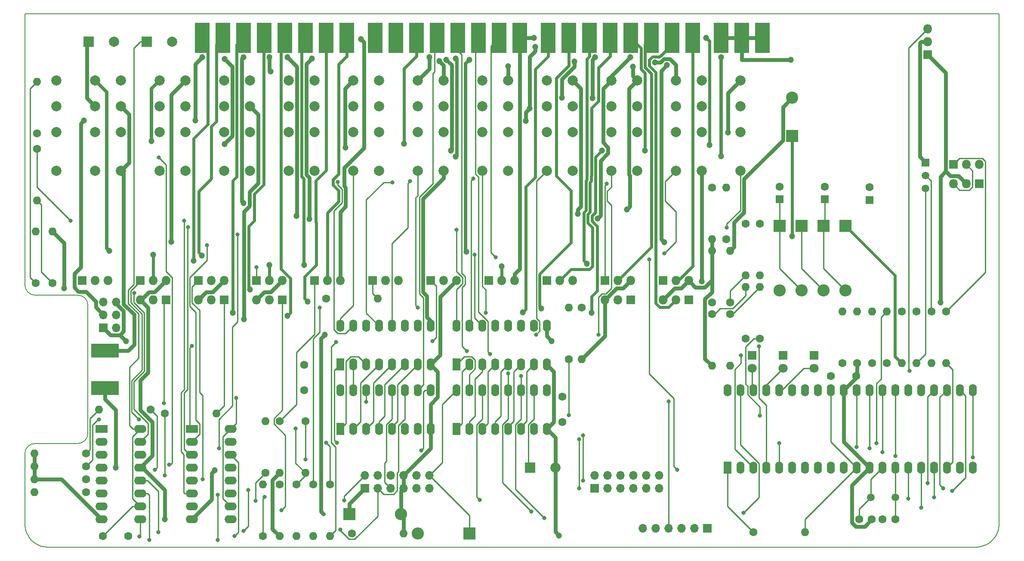
<source format=gbr>
%TF.GenerationSoftware,KiCad,Pcbnew,(5.1.6)-1*%
%TF.CreationDate,2020-08-11T14:57:58+01:00*%
%TF.ProjectId,panel-main,70616e65-6c2d-46d6-9169-6e2e6b696361,rev?*%
%TF.SameCoordinates,Original*%
%TF.FileFunction,Copper,L2,Bot*%
%TF.FilePolarity,Positive*%
%FSLAX46Y46*%
G04 Gerber Fmt 4.6, Leading zero omitted, Abs format (unit mm)*
G04 Created by KiCad (PCBNEW (5.1.6)-1) date 2020-08-11 14:57:58*
%MOMM*%
%LPD*%
G01*
G04 APERTURE LIST*
%TA.AperFunction,Profile*%
%ADD10C,0.200000*%
%TD*%
%TA.AperFunction,SMDPad,CuDef*%
%ADD11R,3.000000X6.000000*%
%TD*%
%TA.AperFunction,SMDPad,CuDef*%
%ADD12R,5.500000X2.800000*%
%TD*%
%TA.AperFunction,ComponentPad*%
%ADD13C,1.600000*%
%TD*%
%TA.AperFunction,ComponentPad*%
%ADD14O,1.600000X1.600000*%
%TD*%
%TA.AperFunction,ComponentPad*%
%ADD15R,1.700000X1.700000*%
%TD*%
%TA.AperFunction,ComponentPad*%
%ADD16O,1.700000X1.700000*%
%TD*%
%TA.AperFunction,ComponentPad*%
%ADD17R,2.400000X2.400000*%
%TD*%
%TA.AperFunction,ComponentPad*%
%ADD18O,2.400000X2.400000*%
%TD*%
%TA.AperFunction,ComponentPad*%
%ADD19C,2.400000*%
%TD*%
%TA.AperFunction,ComponentPad*%
%ADD20R,1.600000X1.600000*%
%TD*%
%TA.AperFunction,ComponentPad*%
%ADD21R,1.800000X1.800000*%
%TD*%
%TA.AperFunction,ComponentPad*%
%ADD22O,1.800000X1.800000*%
%TD*%
%TA.AperFunction,ComponentPad*%
%ADD23C,1.520000*%
%TD*%
%TA.AperFunction,ComponentPad*%
%ADD24R,1.520000X1.520000*%
%TD*%
%TA.AperFunction,ComponentPad*%
%ADD25C,1.800000*%
%TD*%
%TA.AperFunction,ComponentPad*%
%ADD26R,2.000000X2.000000*%
%TD*%
%TA.AperFunction,ComponentPad*%
%ADD27C,2.000000*%
%TD*%
%TA.AperFunction,ComponentPad*%
%ADD28C,1.500000*%
%TD*%
%TA.AperFunction,ComponentPad*%
%ADD29R,1.600000X2.400000*%
%TD*%
%TA.AperFunction,ComponentPad*%
%ADD30O,1.600000X2.400000*%
%TD*%
%TA.AperFunction,ComponentPad*%
%ADD31R,2.400000X1.600000*%
%TD*%
%TA.AperFunction,ComponentPad*%
%ADD32O,2.400000X1.600000*%
%TD*%
%TA.AperFunction,ViaPad*%
%ADD33C,0.800000*%
%TD*%
%TA.AperFunction,ViaPad*%
%ADD34C,1.200000*%
%TD*%
%TA.AperFunction,Conductor*%
%ADD35C,0.800000*%
%TD*%
%TA.AperFunction,Conductor*%
%ADD36C,0.250000*%
%TD*%
%TA.AperFunction,Conductor*%
%ADD37C,0.600000*%
%TD*%
%TA.AperFunction,Conductor*%
%ADD38C,0.700000*%
%TD*%
G04 APERTURE END LIST*
D10*
X50972508Y-38971591D02*
X50972508Y-92309883D01*
X242687490Y-38971591D02*
X50972508Y-38971591D01*
X61372508Y-94309883D02*
G75*
G02*
X63372508Y-96309883I0J-2000000D01*
G01*
X52972508Y-94309883D02*
X61372508Y-94309883D01*
X52972508Y-94309883D02*
G75*
G02*
X50972508Y-92309883I0J2000000D01*
G01*
X55472508Y-143909883D02*
X238187490Y-143909883D01*
X241769770Y-142096719D02*
X241928449Y-141869262D01*
X241928449Y-141869262D02*
X242073087Y-141632115D01*
X242073087Y-141632115D02*
X242203341Y-141386260D01*
X242203341Y-141386260D02*
X242318870Y-141132680D01*
X242318870Y-141132680D02*
X242419332Y-140872359D01*
X242419332Y-140872359D02*
X242504383Y-140606279D01*
X242504383Y-140606279D02*
X242573683Y-140335424D01*
X242573683Y-140335424D02*
X242626889Y-140060777D01*
X242626889Y-140060777D02*
X242663659Y-139783322D01*
X242663659Y-139783322D02*
X242683651Y-139504040D01*
X242683651Y-139504040D02*
X242687490Y-139317324D01*
X242687490Y-139317324D02*
X242687490Y-38971591D01*
X238187490Y-143909883D02*
X238445533Y-143901898D01*
X238445533Y-143901898D02*
X238702533Y-143878184D01*
X238702533Y-143878184D02*
X238957740Y-143839103D01*
X238957740Y-143839103D02*
X239210399Y-143785014D01*
X239210399Y-143785014D02*
X239459759Y-143716279D01*
X239459759Y-143716279D02*
X239705067Y-143633259D01*
X239705067Y-143633259D02*
X239945571Y-143536313D01*
X239945571Y-143536313D02*
X240180518Y-143425804D01*
X240180518Y-143425804D02*
X240409157Y-143302091D01*
X240409157Y-143302091D02*
X240630733Y-143165536D01*
X240630733Y-143165536D02*
X240844496Y-143016499D01*
X240844496Y-143016499D02*
X241049693Y-142855342D01*
X241049693Y-142855342D02*
X241245571Y-142682424D01*
X241245571Y-142682424D02*
X241431378Y-142498107D01*
X241431378Y-142498107D02*
X241606362Y-142302752D01*
X241606362Y-142302752D02*
X241769770Y-142096719D01*
X63372508Y-121509883D02*
G75*
G02*
X61372508Y-123509883I-2000000J0D01*
G01*
X61372508Y-123509883D02*
X52972508Y-123509883D01*
X63372508Y-96309883D02*
X63372508Y-121509883D01*
X52766574Y-142986753D02*
X52989415Y-143147096D01*
X52989415Y-143147096D02*
X53221312Y-143293029D01*
X53221312Y-143293029D02*
X53461337Y-143424254D01*
X53461337Y-143424254D02*
X53708567Y-143540476D01*
X53708567Y-143540476D02*
X53962074Y-143641395D01*
X53962074Y-143641395D02*
X54220933Y-143726715D01*
X54220933Y-143726715D02*
X54484219Y-143796138D01*
X54484219Y-143796138D02*
X54751005Y-143849368D01*
X54751005Y-143849368D02*
X55020366Y-143886106D01*
X55020366Y-143886106D02*
X55291375Y-143906056D01*
X55291375Y-143906056D02*
X55472508Y-143909883D01*
X50972508Y-139317324D02*
X50980516Y-139583265D01*
X50980516Y-139583265D02*
X51004274Y-139847961D01*
X51004274Y-139847961D02*
X51043382Y-140110633D01*
X51043382Y-140110633D02*
X51097440Y-140370501D01*
X51097440Y-140370501D02*
X51166048Y-140626788D01*
X51166048Y-140626788D02*
X51248805Y-140878714D01*
X51248805Y-140878714D02*
X51345312Y-141125500D01*
X51345312Y-141125500D02*
X51455167Y-141366368D01*
X51455167Y-141366368D02*
X51577972Y-141600537D01*
X51577972Y-141600537D02*
X51713326Y-141827230D01*
X51713326Y-141827230D02*
X51860829Y-142045667D01*
X51860829Y-142045667D02*
X52020081Y-142255069D01*
X52020081Y-142255069D02*
X52190681Y-142454658D01*
X52190681Y-142454658D02*
X52372230Y-142643654D01*
X52372230Y-142643654D02*
X52564328Y-142821278D01*
X52564328Y-142821278D02*
X52766574Y-142986753D01*
X50972508Y-125509883D02*
X50972508Y-139317324D01*
X50972508Y-125509883D02*
G75*
G02*
X52972508Y-123509883I2000000J0D01*
G01*
D11*
%TO.P,J9,6*%
%TO.N,GND*%
X187960000Y-43688000D03*
%TO.P,J9,5*%
X192024000Y-43688000D03*
%TO.P,J9,4*%
X196088000Y-43688000D03*
%TD*%
%TO.P,J6,16*%
%TO.N,/Points Control/POINTS[B5]-COIL*%
X85852000Y-43688000D03*
%TO.P,J6,15*%
%TO.N,/Points Control/POINTS[F5]-COIL*%
X89916000Y-43688000D03*
%TO.P,J6,12*%
%TO.N,/Points Control/POINTS[B7]-COIL*%
X102108000Y-43688000D03*
%TO.P,J6,11*%
%TO.N,/Points Control/POINTS[F7]-COIL*%
X106172000Y-43688000D03*
%TO.P,J6,10*%
%TO.N,/Points Control/POINTS[B8]-COIL*%
X110236000Y-43688000D03*
%TO.P,J6,9*%
%TO.N,/Points Control/POINTS[F8]-COIL*%
X114300000Y-43688000D03*
%TO.P,J6,14*%
%TO.N,/Points Control/POINTS[B6]-COIL*%
X93980000Y-43688000D03*
%TO.P,J6,13*%
%TO.N,/Points Control/POINTS[F6]-COIL*%
X98044000Y-43688000D03*
%TD*%
%TO.P,J7,16*%
%TO.N,Net-(J7-Pad16)*%
X119888000Y-43688000D03*
%TO.P,J7,15*%
%TO.N,Net-(J7-Pad15)*%
X123952000Y-43688000D03*
%TO.P,J7,12*%
%TO.N,/HALL[E]*%
X136144000Y-43688000D03*
%TO.P,J7,11*%
%TO.N,/HALL[F]*%
X140208000Y-43688000D03*
%TO.P,J7,10*%
%TO.N,/HALL[G]*%
X144272000Y-43688000D03*
%TO.P,J7,9*%
%TO.N,GND*%
X148336000Y-43688000D03*
%TO.P,J7,14*%
%TO.N,/Points Control/POINTS[COM]*%
X128016000Y-43688000D03*
%TO.P,J7,13*%
%TO.N,+5V*%
X132080000Y-43688000D03*
%TD*%
%TO.P,J8,16*%
%TO.N,/Points Control/POINTS[B1]-COIL*%
X153924000Y-43688000D03*
%TO.P,J8,15*%
%TO.N,/Points Control/POINTS[F1]-COIL*%
X157988000Y-43688000D03*
%TO.P,J8,12*%
%TO.N,/Points Control/POINTS[B3]-COIL*%
X170180000Y-43688000D03*
%TO.P,J8,11*%
%TO.N,/Points Control/POINTS[F3]-COIL*%
X174244000Y-43688000D03*
%TO.P,J8,10*%
%TO.N,/Points Control/POINTS[B4]-COIL*%
X178308000Y-43688000D03*
%TO.P,J8,9*%
%TO.N,/Points Control/POINTS[F4]-COIL*%
X182372000Y-43688000D03*
%TO.P,J8,14*%
%TO.N,/Points Control/POINTS[B2]-COIL*%
X162052000Y-43688000D03*
%TO.P,J8,13*%
%TO.N,/Points Control/POINTS[F2]-COIL*%
X166116000Y-43688000D03*
%TD*%
D12*
%TO.P,J2,1*%
%TO.N,GND*%
X66707200Y-112617200D03*
%TO.P,J2,4*%
%TO.N,+12V*%
X66707200Y-105217200D03*
%TD*%
D13*
%TO.P,R41,1*%
%TO.N,Net-(Q9-Pad1)*%
X232283000Y-97536000D03*
D14*
%TO.P,R41,2*%
%TO.N,/Points Control/CHARGE-PUMP*%
X232283000Y-107696000D03*
%TD*%
D15*
%TO.P,J11,1*%
%TO.N,/TFEED[+]*%
X66421000Y-100711000D03*
D16*
%TO.P,J11,2*%
%TO.N,/TFEED[-]*%
X68961000Y-100711000D03*
%TO.P,J11,3*%
%TO.N,TRACK-*%
X66421000Y-98171000D03*
%TO.P,J11,4*%
%TO.N,TRACK+*%
X68961000Y-98171000D03*
%TO.P,J11,5*%
%TO.N,/TFEED[-]*%
X66421000Y-95631000D03*
%TO.P,J11,6*%
%TO.N,/TFEED[+]*%
X68961000Y-95631000D03*
%TD*%
D13*
%TO.P,R7,1*%
%TO.N,Net-(Q8-Pad1)*%
X186182000Y-73152000D03*
D14*
%TO.P,R7,2*%
%TO.N,GND*%
X186182000Y-83312000D03*
%TD*%
D17*
%TO.P,D4,1*%
%TO.N,/Points Control/POINTS[COM]*%
X212471000Y-80645000D03*
D18*
%TO.P,D4,2*%
%TO.N,Net-(C8-Pad1)*%
X212471000Y-93345000D03*
%TD*%
D17*
%TO.P,D3,1*%
%TO.N,Net-(C8-Pad1)*%
X208153000Y-80645000D03*
D18*
%TO.P,D3,2*%
%TO.N,Net-(C7-Pad1)*%
X208153000Y-93345000D03*
%TD*%
D17*
%TO.P,D2,1*%
%TO.N,Net-(C7-Pad1)*%
X203835000Y-80645000D03*
D18*
%TO.P,D2,2*%
%TO.N,Net-(C6-Pad1)*%
X203835000Y-93345000D03*
%TD*%
D17*
%TO.P,D1,1*%
%TO.N,Net-(C6-Pad1)*%
X199517000Y-80645000D03*
D18*
%TO.P,D1,2*%
%TO.N,+12V*%
X199517000Y-93345000D03*
%TD*%
D17*
%TO.P,C9,1*%
%TO.N,/Points Control/POINTS[COM]*%
X201930000Y-62992000D03*
D19*
%TO.P,C9,2*%
%TO.N,GND*%
X201930000Y-55492000D03*
%TD*%
D20*
%TO.P,C8,1*%
%TO.N,Net-(C8-Pad1)*%
X208407000Y-75438000D03*
D13*
%TO.P,C8,2*%
%TO.N,Net-(C6-Pad2)*%
X208407000Y-72938000D03*
%TD*%
D20*
%TO.P,C7,1*%
%TO.N,Net-(C7-Pad1)*%
X217170000Y-75565000D03*
D13*
%TO.P,C7,2*%
%TO.N,GND*%
X217170000Y-73065000D03*
%TD*%
D20*
%TO.P,C6,1*%
%TO.N,Net-(C6-Pad1)*%
X199517000Y-75438000D03*
D13*
%TO.P,C6,2*%
%TO.N,Net-(C6-Pad2)*%
X199517000Y-72938000D03*
%TD*%
%TO.P,C3,1*%
%TO.N,+5V*%
X209550000Y-110236000D03*
%TO.P,C3,2*%
%TO.N,GND*%
X214550000Y-110236000D03*
%TD*%
%TO.P,R40,1*%
%TO.N,GND*%
X211836000Y-107696000D03*
D14*
%TO.P,R40,2*%
%TO.N,Net-(D7-Pad1)*%
X211836000Y-97536000D03*
%TD*%
D13*
%TO.P,R39,1*%
%TO.N,GND*%
X214757000Y-107696000D03*
D14*
%TO.P,R39,2*%
%TO.N,Net-(D6-Pad1)*%
X214757000Y-97536000D03*
%TD*%
D13*
%TO.P,R38,1*%
%TO.N,GND*%
X217678000Y-107696000D03*
D14*
%TO.P,R38,2*%
%TO.N,Net-(D5-Pad1)*%
X217678000Y-97536000D03*
%TD*%
D13*
%TO.P,R37,1*%
%TO.N,/Points Control/PF8*%
X98298000Y-129286000D03*
D14*
%TO.P,R37,2*%
%TO.N,Net-(Q19-Pad1)*%
X98298000Y-119126000D03*
%TD*%
D13*
%TO.P,R36,1*%
%TO.N,/Points Control/PB8*%
X62992000Y-133096000D03*
D14*
%TO.P,R36,2*%
%TO.N,Net-(Q18-Pad1)*%
X52832000Y-133096000D03*
%TD*%
D13*
%TO.P,R35,1*%
%TO.N,/Points Control/PF7*%
X53340000Y-65532000D03*
D14*
%TO.P,R35,2*%
%TO.N,Net-(Q17-Pad1)*%
X53340000Y-75692000D03*
%TD*%
D13*
%TO.P,R34,1*%
%TO.N,/Points Control/PB7*%
X78486000Y-117602000D03*
D14*
%TO.P,R34,2*%
%TO.N,Net-(Q16-Pad1)*%
X88646000Y-117602000D03*
%TD*%
D13*
%TO.P,R33,1*%
%TO.N,/Points Control/PF6*%
X97790000Y-141732000D03*
D14*
%TO.P,R33,2*%
%TO.N,Net-(Q15-Pad1)*%
X97790000Y-131572000D03*
%TD*%
D13*
%TO.P,R32,1*%
%TO.N,/Points Control/PB6*%
X75692000Y-116840000D03*
D14*
%TO.P,R32,2*%
%TO.N,Net-(Q14-Pad1)*%
X65532000Y-116840000D03*
%TD*%
D13*
%TO.P,R31,1*%
%TO.N,/Points Control/PF5*%
X106172000Y-119126000D03*
D14*
%TO.P,R31,2*%
%TO.N,Net-(Q13-Pad1)*%
X106172000Y-129286000D03*
%TD*%
D13*
%TO.P,R30,1*%
%TO.N,/Points Control/PB5*%
X53340000Y-62484000D03*
D14*
%TO.P,R30,2*%
%TO.N,Net-(Q12-Pad1)*%
X53340000Y-52324000D03*
%TD*%
D13*
%TO.P,R29,1*%
%TO.N,/Points Control/PF4*%
X192786000Y-80264000D03*
D14*
%TO.P,R29,2*%
%TO.N,Net-(Q11-Pad1)*%
X192786000Y-90424000D03*
%TD*%
D13*
%TO.P,R28,1*%
%TO.N,/Points Control/PB4*%
X195580000Y-80264000D03*
D14*
%TO.P,R28,2*%
%TO.N,Net-(Q10-Pad1)*%
X195580000Y-90424000D03*
%TD*%
D13*
%TO.P,R27,1*%
%TO.N,/Points Control/PF3*%
X188976000Y-83312000D03*
D14*
%TO.P,R27,2*%
%TO.N,Net-(Q8-Pad1)*%
X188976000Y-73152000D03*
%TD*%
D13*
%TO.P,R26,1*%
%TO.N,/Points Control/PB3*%
X195580000Y-102870000D03*
D14*
%TO.P,R26,2*%
%TO.N,Net-(Q7-Pad1)*%
X195580000Y-92710000D03*
%TD*%
D13*
%TO.P,R25,1*%
%TO.N,/Points Control/PF2*%
X192786000Y-102870000D03*
D14*
%TO.P,R25,2*%
%TO.N,Net-(Q5-Pad1)*%
X192786000Y-92710000D03*
%TD*%
D13*
%TO.P,R24,1*%
%TO.N,/Points Control/PB2*%
X157988000Y-106934000D03*
D14*
%TO.P,R24,2*%
%TO.N,Net-(Q4-Pad1)*%
X157988000Y-96774000D03*
%TD*%
D13*
%TO.P,R23,1*%
%TO.N,+12V*%
X226441000Y-97536000D03*
D14*
%TO.P,R23,2*%
%TO.N,Net-(Q3-Pad3)*%
X226441000Y-107696000D03*
%TD*%
D13*
%TO.P,R22,1*%
%TO.N,/Points Control/PF1*%
X110998000Y-131572000D03*
D14*
%TO.P,R22,2*%
%TO.N,Net-(Q2-Pad1)*%
X110998000Y-141732000D03*
%TD*%
D13*
%TO.P,R21,1*%
%TO.N,/Points Control/PB1*%
X110236000Y-94996000D03*
D14*
%TO.P,R21,2*%
%TO.N,Net-(Q1-Pad1)*%
X120396000Y-94996000D03*
%TD*%
D13*
%TO.P,R20,1*%
%TO.N,Net-(Q3-Pad2)*%
X229362000Y-97536000D03*
D14*
%TO.P,R20,2*%
%TO.N,/Points Control/CHARGE-PUMP*%
X229362000Y-107696000D03*
%TD*%
D13*
%TO.P,R19,1*%
%TO.N,GND*%
X220599000Y-107696000D03*
D14*
%TO.P,R19,2*%
%TO.N,/CHG-LVL*%
X220599000Y-97536000D03*
%TD*%
D13*
%TO.P,R18,1*%
%TO.N,/CHG-LVL*%
X223520000Y-97536000D03*
D14*
%TO.P,R18,2*%
%TO.N,/Points Control/POINTS[COM]*%
X223520000Y-107696000D03*
%TD*%
D21*
%TO.P,Q9,1*%
%TO.N,Net-(Q9-Pad1)*%
X233680000Y-68580000D03*
D22*
%TO.P,Q9,2*%
%TO.N,Net-(C6-Pad2)*%
X236220000Y-68580000D03*
%TO.P,Q9,3*%
%TO.N,GND*%
X238760000Y-68580000D03*
%TD*%
D21*
%TO.P,Q6,1*%
%TO.N,Net-(Q3-Pad3)*%
X238760000Y-72390000D03*
D22*
%TO.P,Q6,2*%
%TO.N,+12V*%
X236220000Y-72390000D03*
%TO.P,Q6,3*%
%TO.N,Net-(C6-Pad2)*%
X233680000Y-72390000D03*
%TD*%
D23*
%TO.P,Q3,2*%
%TO.N,Net-(Q3-Pad2)*%
X228219000Y-70739000D03*
%TO.P,Q3,3*%
%TO.N,Net-(Q3-Pad3)*%
X228219000Y-73279000D03*
D24*
%TO.P,Q3,1*%
%TO.N,GND*%
X228219000Y-68199000D03*
%TD*%
D21*
%TO.P,D7,1*%
%TO.N,Net-(D7-Pad1)*%
X194056000Y-106172000D03*
D25*
%TO.P,D7,2*%
%TO.N,Net-(D7-Pad2)*%
X194056000Y-108712000D03*
%TD*%
D21*
%TO.P,D6,1*%
%TO.N,Net-(D6-Pad1)*%
X200152000Y-106172000D03*
D25*
%TO.P,D6,2*%
%TO.N,Net-(D6-Pad2)*%
X200152000Y-108712000D03*
%TD*%
D21*
%TO.P,D5,1*%
%TO.N,Net-(D5-Pad1)*%
X206248000Y-106172000D03*
D25*
%TO.P,D5,2*%
%TO.N,Net-(D5-Pad2)*%
X206248000Y-108712000D03*
%TD*%
D26*
%TO.P,C15,1*%
%TO.N,+5V*%
X150368000Y-128270000D03*
D27*
%TO.P,C15,2*%
%TO.N,GND*%
X155368000Y-128270000D03*
%TD*%
D13*
%TO.P,C14,1*%
%TO.N,+5V*%
X156718000Y-114300000D03*
%TO.P,C14,2*%
%TO.N,GND*%
X156718000Y-119300000D03*
%TD*%
%TO.P,C13,1*%
%TO.N,+5V*%
X66294000Y-141732000D03*
%TO.P,C13,2*%
%TO.N,GND*%
X71294000Y-141732000D03*
%TD*%
%TO.P,C12,1*%
%TO.N,+5V*%
X105918000Y-113030000D03*
%TO.P,C12,2*%
%TO.N,GND*%
X105918000Y-108030000D03*
%TD*%
D21*
%TO.P,U1,1*%
%TO.N,+12V*%
X228600000Y-46990000D03*
D22*
%TO.P,U1,2*%
%TO.N,GND*%
X228600000Y-44450000D03*
%TO.P,U1,3*%
%TO.N,+5V*%
X228600000Y-41910000D03*
%TD*%
D21*
%TO.P,Q19,1*%
%TO.N,Net-(Q19-Pad1)*%
X107950000Y-91440000D03*
D22*
%TO.P,Q19,2*%
%TO.N,/Points Control/POINTS[F8]-COIL*%
X110490000Y-91440000D03*
%TO.P,Q19,3*%
%TO.N,GND*%
X113030000Y-91440000D03*
%TD*%
D21*
%TO.P,Q18,1*%
%TO.N,Net-(Q18-Pad1)*%
X101600000Y-95250000D03*
D22*
%TO.P,Q18,2*%
%TO.N,/Points Control/POINTS[B8]-COIL*%
X99060000Y-95250000D03*
%TO.P,Q18,3*%
%TO.N,GND*%
X96520000Y-95250000D03*
%TD*%
D21*
%TO.P,Q17,1*%
%TO.N,Net-(Q17-Pad1)*%
X96520000Y-91440000D03*
D22*
%TO.P,Q17,2*%
%TO.N,/Points Control/POINTS[F7]-COIL*%
X99060000Y-91440000D03*
%TO.P,Q17,3*%
%TO.N,GND*%
X101600000Y-91440000D03*
%TD*%
D21*
%TO.P,Q16,1*%
%TO.N,Net-(Q16-Pad1)*%
X90170000Y-95250000D03*
D22*
%TO.P,Q16,2*%
%TO.N,/Points Control/POINTS[B7]-COIL*%
X87630000Y-95250000D03*
%TO.P,Q16,3*%
%TO.N,GND*%
X85090000Y-95250000D03*
%TD*%
D21*
%TO.P,Q15,1*%
%TO.N,Net-(Q15-Pad1)*%
X85090000Y-91440000D03*
D22*
%TO.P,Q15,2*%
%TO.N,/Points Control/POINTS[F6]-COIL*%
X87630000Y-91440000D03*
%TO.P,Q15,3*%
%TO.N,GND*%
X90170000Y-91440000D03*
%TD*%
D21*
%TO.P,Q14,1*%
%TO.N,Net-(Q14-Pad1)*%
X78740000Y-95250000D03*
D22*
%TO.P,Q14,2*%
%TO.N,/Points Control/POINTS[B6]-COIL*%
X76200000Y-95250000D03*
%TO.P,Q14,3*%
%TO.N,GND*%
X73660000Y-95250000D03*
%TD*%
D21*
%TO.P,Q13,1*%
%TO.N,Net-(Q13-Pad1)*%
X73660000Y-91440000D03*
D22*
%TO.P,Q13,2*%
%TO.N,/Points Control/POINTS[F5]-COIL*%
X76200000Y-91440000D03*
%TO.P,Q13,3*%
%TO.N,GND*%
X78740000Y-91440000D03*
%TD*%
D21*
%TO.P,Q12,1*%
%TO.N,Net-(Q12-Pad1)*%
X62230000Y-91440000D03*
D22*
%TO.P,Q12,2*%
%TO.N,/Points Control/POINTS[B5]-COIL*%
X64770000Y-91440000D03*
%TO.P,Q12,3*%
%TO.N,GND*%
X67310000Y-91440000D03*
%TD*%
D21*
%TO.P,Q11,1*%
%TO.N,Net-(Q11-Pad1)*%
X176530000Y-91440000D03*
D22*
%TO.P,Q11,2*%
%TO.N,/Points Control/POINTS[F4]-COIL*%
X179070000Y-91440000D03*
%TO.P,Q11,3*%
%TO.N,GND*%
X181610000Y-91440000D03*
%TD*%
D21*
%TO.P,Q10,1*%
%TO.N,Net-(Q10-Pad1)*%
X181610000Y-95250000D03*
D22*
%TO.P,Q10,2*%
%TO.N,/Points Control/POINTS[B4]-COIL*%
X179070000Y-95250000D03*
%TO.P,Q10,3*%
%TO.N,GND*%
X176530000Y-95250000D03*
%TD*%
D21*
%TO.P,Q8,1*%
%TO.N,Net-(Q8-Pad1)*%
X165100000Y-91440000D03*
D22*
%TO.P,Q8,2*%
%TO.N,/Points Control/POINTS[F3]-COIL*%
X167640000Y-91440000D03*
%TO.P,Q8,3*%
%TO.N,GND*%
X170180000Y-91440000D03*
%TD*%
D21*
%TO.P,Q7,1*%
%TO.N,Net-(Q7-Pad1)*%
X170180000Y-95250000D03*
D22*
%TO.P,Q7,2*%
%TO.N,/Points Control/POINTS[B3]-COIL*%
X167640000Y-95250000D03*
%TO.P,Q7,3*%
%TO.N,GND*%
X165100000Y-95250000D03*
%TD*%
D21*
%TO.P,Q5,1*%
%TO.N,Net-(Q5-Pad1)*%
X153670000Y-91440000D03*
D22*
%TO.P,Q5,2*%
%TO.N,/Points Control/POINTS[F2]-COIL*%
X156210000Y-91440000D03*
%TO.P,Q5,3*%
%TO.N,GND*%
X158750000Y-91440000D03*
%TD*%
D21*
%TO.P,Q4,1*%
%TO.N,Net-(Q4-Pad1)*%
X142240000Y-91440000D03*
D22*
%TO.P,Q4,2*%
%TO.N,/Points Control/POINTS[B2]-COIL*%
X144780000Y-91440000D03*
%TO.P,Q4,3*%
%TO.N,GND*%
X147320000Y-91440000D03*
%TD*%
D21*
%TO.P,Q2,1*%
%TO.N,Net-(Q2-Pad1)*%
X130810000Y-91440000D03*
D22*
%TO.P,Q2,2*%
%TO.N,/Points Control/POINTS[F1]-COIL*%
X133350000Y-91440000D03*
%TO.P,Q2,3*%
%TO.N,GND*%
X135890000Y-91440000D03*
%TD*%
D21*
%TO.P,Q1,1*%
%TO.N,Net-(Q1-Pad1)*%
X119380000Y-91440000D03*
D22*
%TO.P,Q1,2*%
%TO.N,/Points Control/POINTS[B1]-COIL*%
X121920000Y-91440000D03*
%TO.P,Q1,3*%
%TO.N,GND*%
X124460000Y-91440000D03*
%TD*%
D28*
%TO.P,Y1,1*%
%TO.N,Net-(C4-Pad1)*%
X217424000Y-134112000D03*
%TO.P,Y1,2*%
%TO.N,Net-(C5-Pad1)*%
X222304000Y-134112000D03*
%TD*%
D29*
%TO.P,U8,1*%
%TO.N,MCLR*%
X189230000Y-128270000D03*
D30*
%TO.P,U8,21*%
%TO.N,/PB6*%
X237490000Y-113030000D03*
%TO.P,U8,2*%
%TO.N,/HALL[G]*%
X191770000Y-128270000D03*
%TO.P,U8,22*%
%TO.N,/PB5*%
X234950000Y-113030000D03*
%TO.P,U8,3*%
%TO.N,/HALL[F]*%
X194310000Y-128270000D03*
%TO.P,U8,23*%
%TO.N,/PB9*%
X232410000Y-113030000D03*
%TO.P,U8,4*%
%TO.N,/HALL[E]*%
X196850000Y-128270000D03*
%TO.P,U8,24*%
%TO.N,/PB10*%
X229870000Y-113030000D03*
%TO.P,U8,5*%
%TO.N,/CHG-LVL*%
X199390000Y-128270000D03*
%TO.P,U8,25*%
%TO.N,/AUX1-LED*%
X227330000Y-113030000D03*
%TO.P,U8,6*%
%TO.N,Net-(U8-Pad6)*%
X201930000Y-128270000D03*
%TO.P,U8,26*%
%TO.N,/AUX2-LED*%
X224790000Y-113030000D03*
%TO.P,U8,7*%
%TO.N,Net-(U8-Pad7)*%
X204470000Y-128270000D03*
%TO.P,U8,27*%
%TO.N,/PB4*%
X222250000Y-113030000D03*
%TO.P,U8,8*%
%TO.N,Net-(U8-Pad8)*%
X207010000Y-128270000D03*
%TO.P,U8,28*%
%TO.N,/PB3*%
X219710000Y-113030000D03*
%TO.P,U8,9*%
%TO.N,Net-(U8-Pad9)*%
X209550000Y-128270000D03*
%TO.P,U8,29*%
%TO.N,/PB2*%
X217170000Y-113030000D03*
%TO.P,U8,10*%
%TO.N,Net-(U8-Pad10)*%
X212090000Y-128270000D03*
%TO.P,U8,30*%
%TO.N,/PB1*%
X214630000Y-113030000D03*
%TO.P,U8,11*%
%TO.N,+5V*%
X214630000Y-128270000D03*
%TO.P,U8,31*%
%TO.N,GND*%
X212090000Y-113030000D03*
%TO.P,U8,12*%
X217170000Y-128270000D03*
%TO.P,U8,32*%
%TO.N,+5V*%
X209550000Y-113030000D03*
%TO.P,U8,13*%
%TO.N,Net-(C4-Pad1)*%
X219710000Y-128270000D03*
%TO.P,U8,33*%
%TO.N,Net-(U8-Pad33)*%
X207010000Y-113030000D03*
%TO.P,U8,14*%
%TO.N,Net-(C5-Pad1)*%
X222250000Y-128270000D03*
%TO.P,U8,34*%
%TO.N,Net-(U8-Pad34)*%
X204470000Y-113030000D03*
%TO.P,U8,15*%
%TO.N,/Feed Relays/DATA[IN]*%
X224790000Y-128270000D03*
%TO.P,U8,35*%
%TO.N,Net-(U8-Pad35)*%
X201930000Y-113030000D03*
%TO.P,U8,16*%
%TO.N,DCLK*%
X227330000Y-128270000D03*
%TO.P,U8,36*%
%TO.N,Net-(D5-Pad2)*%
X199390000Y-113030000D03*
%TO.P,U8,17*%
%TO.N,DLAT*%
X229870000Y-128270000D03*
%TO.P,U8,37*%
%TO.N,Net-(D6-Pad2)*%
X196850000Y-113030000D03*
%TO.P,U8,18*%
%TO.N,/Points Control/CHARGE-PUMP*%
X232410000Y-128270000D03*
%TO.P,U8,38*%
%TO.N,Net-(D7-Pad2)*%
X194310000Y-113030000D03*
%TO.P,U8,19*%
%TO.N,/PB8*%
X234950000Y-128270000D03*
%TO.P,U8,39*%
%TO.N,ICSPCLK*%
X191770000Y-113030000D03*
%TO.P,U8,20*%
%TO.N,/PB7*%
X237490000Y-128270000D03*
%TO.P,U8,40*%
%TO.N,ICSPDAT*%
X189230000Y-113030000D03*
%TD*%
D29*
%TO.P,U7,1*%
%TO.N,Net-(U4-Pad7)*%
X113030000Y-107950000D03*
D30*
%TO.P,U7,9*%
%TO.N,+12V*%
X130810000Y-100330000D03*
%TO.P,U7,2*%
%TO.N,Net-(U5-Pad15)*%
X115570000Y-107950000D03*
%TO.P,U7,10*%
%TO.N,Net-(U7-Pad10)*%
X128270000Y-100330000D03*
%TO.P,U7,3*%
%TO.N,Net-(U5-Pad1)*%
X118110000Y-107950000D03*
%TO.P,U7,11*%
%TO.N,Net-(U7-Pad11)*%
X125730000Y-100330000D03*
%TO.P,U7,4*%
%TO.N,Net-(U5-Pad2)*%
X120650000Y-107950000D03*
%TO.P,U7,12*%
%TO.N,Net-(K9-Pad8)*%
X123190000Y-100330000D03*
%TO.P,U7,5*%
%TO.N,Net-(U5-Pad3)*%
X123190000Y-107950000D03*
%TO.P,U7,13*%
%TO.N,Net-(K6-Pad8)*%
X120650000Y-100330000D03*
%TO.P,U7,6*%
%TO.N,Net-(U5-Pad4)*%
X125730000Y-107950000D03*
%TO.P,U7,14*%
%TO.N,Net-(U7-Pad14)*%
X118110000Y-100330000D03*
%TO.P,U7,7*%
%TO.N,Net-(U5-Pad5)*%
X128270000Y-107950000D03*
%TO.P,U7,15*%
%TO.N,Net-(K4-Pad8)*%
X115570000Y-100330000D03*
%TO.P,U7,8*%
%TO.N,GND*%
X130810000Y-107950000D03*
%TO.P,U7,16*%
%TO.N,Net-(K2-Pad8)*%
X113030000Y-100330000D03*
%TD*%
D29*
%TO.P,U6,1*%
%TO.N,Net-(U4-Pad15)*%
X135890000Y-107950000D03*
D30*
%TO.P,U6,9*%
%TO.N,+12V*%
X153670000Y-100330000D03*
%TO.P,U6,2*%
%TO.N,Net-(U4-Pad1)*%
X138430000Y-107950000D03*
%TO.P,U6,10*%
%TO.N,Net-(K11-Pad8)*%
X151130000Y-100330000D03*
%TO.P,U6,3*%
%TO.N,Net-(U4-Pad2)*%
X140970000Y-107950000D03*
%TO.P,U6,11*%
%TO.N,Net-(K10-Pad8)*%
X148590000Y-100330000D03*
%TO.P,U6,4*%
%TO.N,Net-(U4-Pad3)*%
X143510000Y-107950000D03*
%TO.P,U6,12*%
%TO.N,Net-(K8-Pad8)*%
X146050000Y-100330000D03*
%TO.P,U6,5*%
%TO.N,Net-(U4-Pad4)*%
X146050000Y-107950000D03*
%TO.P,U6,13*%
%TO.N,Net-(K7-Pad8)*%
X143510000Y-100330000D03*
%TO.P,U6,6*%
%TO.N,Net-(U4-Pad5)*%
X148590000Y-107950000D03*
%TO.P,U6,14*%
%TO.N,Net-(K5-Pad8)*%
X140970000Y-100330000D03*
%TO.P,U6,7*%
%TO.N,Net-(U4-Pad6)*%
X151130000Y-107950000D03*
%TO.P,U6,15*%
%TO.N,Net-(K3-Pad8)*%
X138430000Y-100330000D03*
%TO.P,U6,8*%
%TO.N,GND*%
X153670000Y-107950000D03*
%TO.P,U6,16*%
%TO.N,Net-(K1-Pad8)*%
X135890000Y-100330000D03*
%TD*%
D29*
%TO.P,U5,1*%
%TO.N,Net-(U5-Pad1)*%
X113030000Y-120650000D03*
D30*
%TO.P,U5,9*%
%TO.N,/Points Control/DATA[IN]*%
X130810000Y-113030000D03*
%TO.P,U5,2*%
%TO.N,Net-(U5-Pad2)*%
X115570000Y-120650000D03*
%TO.P,U5,10*%
%TO.N,+5V*%
X128270000Y-113030000D03*
%TO.P,U5,3*%
%TO.N,Net-(U5-Pad3)*%
X118110000Y-120650000D03*
%TO.P,U5,11*%
%TO.N,DCLK*%
X125730000Y-113030000D03*
%TO.P,U5,4*%
%TO.N,Net-(U5-Pad4)*%
X120650000Y-120650000D03*
%TO.P,U5,12*%
%TO.N,DLAT*%
X123190000Y-113030000D03*
%TO.P,U5,5*%
%TO.N,Net-(U5-Pad5)*%
X123190000Y-120650000D03*
%TO.P,U5,13*%
%TO.N,GND*%
X120650000Y-113030000D03*
%TO.P,U5,6*%
%TO.N,/Feed Relays/SR1-SPARE5*%
X125730000Y-120650000D03*
%TO.P,U5,14*%
%TO.N,Net-(U4-Pad9)*%
X118110000Y-113030000D03*
%TO.P,U5,7*%
%TO.N,/Feed Relays/SR1-SPARE6*%
X128270000Y-120650000D03*
%TO.P,U5,15*%
%TO.N,Net-(U5-Pad15)*%
X115570000Y-113030000D03*
%TO.P,U5,8*%
%TO.N,GND*%
X130810000Y-120650000D03*
%TO.P,U5,16*%
%TO.N,+5V*%
X113030000Y-113030000D03*
%TD*%
D29*
%TO.P,U4,1*%
%TO.N,Net-(U4-Pad1)*%
X135890000Y-120650000D03*
D30*
%TO.P,U4,9*%
%TO.N,Net-(U4-Pad9)*%
X153670000Y-113030000D03*
%TO.P,U4,2*%
%TO.N,Net-(U4-Pad2)*%
X138430000Y-120650000D03*
%TO.P,U4,10*%
%TO.N,+5V*%
X151130000Y-113030000D03*
%TO.P,U4,3*%
%TO.N,Net-(U4-Pad3)*%
X140970000Y-120650000D03*
%TO.P,U4,11*%
%TO.N,DCLK*%
X148590000Y-113030000D03*
%TO.P,U4,4*%
%TO.N,Net-(U4-Pad4)*%
X143510000Y-120650000D03*
%TO.P,U4,12*%
%TO.N,DLAT*%
X146050000Y-113030000D03*
%TO.P,U4,5*%
%TO.N,Net-(U4-Pad5)*%
X146050000Y-120650000D03*
%TO.P,U4,13*%
%TO.N,GND*%
X143510000Y-113030000D03*
%TO.P,U4,6*%
%TO.N,Net-(U4-Pad6)*%
X148590000Y-120650000D03*
%TO.P,U4,14*%
%TO.N,/Feed Relays/DATA[IN]*%
X140970000Y-113030000D03*
%TO.P,U4,7*%
%TO.N,Net-(U4-Pad7)*%
X151130000Y-120650000D03*
%TO.P,U4,15*%
%TO.N,Net-(U4-Pad15)*%
X138430000Y-113030000D03*
%TO.P,U4,8*%
%TO.N,GND*%
X153670000Y-120650000D03*
%TO.P,U4,16*%
%TO.N,+5V*%
X135890000Y-113030000D03*
%TD*%
D31*
%TO.P,U3,1*%
%TO.N,/Points Control/PF2*%
X83820000Y-120650000D03*
D32*
%TO.P,U3,9*%
%TO.N,/Points Control/DATA[OUT]*%
X91440000Y-138430000D03*
%TO.P,U3,2*%
%TO.N,/Points Control/PF3*%
X83820000Y-123190000D03*
%TO.P,U3,10*%
%TO.N,+5V*%
X91440000Y-135890000D03*
%TO.P,U3,3*%
%TO.N,/Points Control/PF4*%
X83820000Y-125730000D03*
%TO.P,U3,11*%
%TO.N,DCLK*%
X91440000Y-133350000D03*
%TO.P,U3,4*%
%TO.N,/Points Control/PF5*%
X83820000Y-128270000D03*
%TO.P,U3,12*%
%TO.N,DLAT*%
X91440000Y-130810000D03*
%TO.P,U3,5*%
%TO.N,/Points Control/PF6*%
X83820000Y-130810000D03*
%TO.P,U3,13*%
%TO.N,GND*%
X91440000Y-128270000D03*
%TO.P,U3,6*%
%TO.N,/Points Control/PF7*%
X83820000Y-133350000D03*
%TO.P,U3,14*%
%TO.N,Net-(U2-Pad9)*%
X91440000Y-125730000D03*
%TO.P,U3,7*%
%TO.N,/Points Control/PF8*%
X83820000Y-135890000D03*
%TO.P,U3,15*%
%TO.N,/Points Control/PF1*%
X91440000Y-123190000D03*
%TO.P,U3,8*%
%TO.N,GND*%
X83820000Y-138430000D03*
%TO.P,U3,16*%
%TO.N,+5V*%
X91440000Y-120650000D03*
%TD*%
D31*
%TO.P,U2,1*%
%TO.N,/Points Control/PB2*%
X66040000Y-120650000D03*
D32*
%TO.P,U2,9*%
%TO.N,Net-(U2-Pad9)*%
X73660000Y-138430000D03*
%TO.P,U2,2*%
%TO.N,/Points Control/PB3*%
X66040000Y-123190000D03*
%TO.P,U2,10*%
%TO.N,+5V*%
X73660000Y-135890000D03*
%TO.P,U2,3*%
%TO.N,/Points Control/PB4*%
X66040000Y-125730000D03*
%TO.P,U2,11*%
%TO.N,DCLK*%
X73660000Y-133350000D03*
%TO.P,U2,4*%
%TO.N,/Points Control/PB5*%
X66040000Y-128270000D03*
%TO.P,U2,12*%
%TO.N,DLAT*%
X73660000Y-130810000D03*
%TO.P,U2,5*%
%TO.N,/Points Control/PB6*%
X66040000Y-130810000D03*
%TO.P,U2,13*%
%TO.N,GND*%
X73660000Y-128270000D03*
%TO.P,U2,6*%
%TO.N,/Points Control/PB7*%
X66040000Y-133350000D03*
%TO.P,U2,14*%
%TO.N,/Points Control/DATA[IN]*%
X73660000Y-125730000D03*
%TO.P,U2,7*%
%TO.N,/Points Control/PB8*%
X66040000Y-135890000D03*
%TO.P,U2,15*%
%TO.N,/Points Control/PB1*%
X73660000Y-123190000D03*
%TO.P,U2,8*%
%TO.N,GND*%
X66040000Y-138430000D03*
%TO.P,U2,16*%
%TO.N,+5V*%
X73660000Y-120650000D03*
%TD*%
D13*
%TO.P,R1,1*%
%TO.N,MCLR*%
X194310000Y-140970000D03*
D14*
%TO.P,R1,2*%
%TO.N,+5V*%
X204470000Y-140970000D03*
%TD*%
D15*
%TO.P,J3,1*%
%TO.N,MCLR*%
X185293000Y-140208000D03*
D16*
%TO.P,J3,2*%
%TO.N,+5V*%
X182753000Y-140208000D03*
%TO.P,J3,3*%
%TO.N,GND*%
X180213000Y-140208000D03*
%TO.P,J3,4*%
%TO.N,ICSPDAT*%
X177673000Y-140208000D03*
%TO.P,J3,5*%
%TO.N,ICSPCLK*%
X175133000Y-140208000D03*
%TO.P,J3,6*%
%TO.N,Net-(J3-Pad6)*%
X172593000Y-140208000D03*
%TD*%
D17*
%TO.P,D20,1*%
%TO.N,+5V*%
X138430000Y-141224000D03*
D18*
%TO.P,D20,2*%
%TO.N,GND*%
X128270000Y-141224000D03*
%TD*%
D17*
%TO.P,D19,1*%
%TO.N,+12V*%
X114808000Y-137414000D03*
D18*
%TO.P,D19,2*%
%TO.N,GND*%
X124968000Y-137414000D03*
%TD*%
D13*
%TO.P,C5,1*%
%TO.N,Net-(C5-Pad1)*%
X222250000Y-138430000D03*
%TO.P,C5,2*%
%TO.N,GND*%
X219750000Y-138430000D03*
%TD*%
%TO.P,C4,1*%
%TO.N,Net-(C4-Pad1)*%
X215138000Y-138430000D03*
%TO.P,C4,2*%
%TO.N,GND*%
X217638000Y-138430000D03*
%TD*%
D26*
%TO.P,C2,1*%
%TO.N,+5V*%
X74930000Y-44450000D03*
D27*
%TO.P,C2,2*%
%TO.N,GND*%
X79930000Y-44450000D03*
%TD*%
D26*
%TO.P,C1,1*%
%TO.N,+12V*%
X63500000Y-44450000D03*
D27*
%TO.P,C1,2*%
%TO.N,GND*%
X68500000Y-44450000D03*
%TD*%
D13*
%TO.P,R17,1*%
%TO.N,Net-(Q19-Pad1)*%
X101092000Y-119126000D03*
D14*
%TO.P,R17,2*%
%TO.N,GND*%
X101092000Y-129286000D03*
%TD*%
D13*
%TO.P,R16,1*%
%TO.N,Net-(Q18-Pad1)*%
X62992000Y-130556000D03*
D14*
%TO.P,R16,2*%
%TO.N,GND*%
X52832000Y-130556000D03*
%TD*%
D13*
%TO.P,R15,1*%
%TO.N,Net-(Q17-Pad1)*%
X56388000Y-91948000D03*
D14*
%TO.P,R15,2*%
%TO.N,GND*%
X56388000Y-81788000D03*
%TD*%
D13*
%TO.P,R14,1*%
%TO.N,Net-(Q16-Pad1)*%
X62992000Y-128016000D03*
D14*
%TO.P,R14,2*%
%TO.N,GND*%
X52832000Y-128016000D03*
%TD*%
D13*
%TO.P,R13,1*%
%TO.N,Net-(Q15-Pad1)*%
X101092000Y-131572000D03*
D14*
%TO.P,R13,2*%
%TO.N,GND*%
X101092000Y-141732000D03*
%TD*%
D13*
%TO.P,R12,1*%
%TO.N,Net-(Q14-Pad1)*%
X62992000Y-125476000D03*
D14*
%TO.P,R12,2*%
%TO.N,GND*%
X52832000Y-125476000D03*
%TD*%
D13*
%TO.P,R11,1*%
%TO.N,Net-(Q13-Pad1)*%
X104394000Y-131572000D03*
D14*
%TO.P,R11,2*%
%TO.N,GND*%
X104394000Y-141732000D03*
%TD*%
D13*
%TO.P,R10,1*%
%TO.N,Net-(Q12-Pad1)*%
X53086000Y-91948000D03*
D14*
%TO.P,R10,2*%
%TO.N,GND*%
X53086000Y-81788000D03*
%TD*%
D13*
%TO.P,R9,1*%
%TO.N,Net-(Q11-Pad1)*%
X189738000Y-95758000D03*
D14*
%TO.P,R9,2*%
%TO.N,GND*%
X189738000Y-85598000D03*
%TD*%
D13*
%TO.P,R8,1*%
%TO.N,Net-(Q10-Pad1)*%
X186182000Y-95758000D03*
D14*
%TO.P,R8,2*%
%TO.N,GND*%
X186182000Y-85598000D03*
%TD*%
D13*
%TO.P,R6,1*%
%TO.N,Net-(Q7-Pad1)*%
X189738000Y-98044000D03*
D14*
%TO.P,R6,2*%
%TO.N,GND*%
X189738000Y-108204000D03*
%TD*%
D13*
%TO.P,R5,1*%
%TO.N,Net-(Q5-Pad1)*%
X186182000Y-98044000D03*
D14*
%TO.P,R5,2*%
%TO.N,GND*%
X186182000Y-108204000D03*
%TD*%
D13*
%TO.P,R4,1*%
%TO.N,Net-(Q4-Pad1)*%
X160528000Y-96774000D03*
D14*
%TO.P,R4,2*%
%TO.N,GND*%
X160528000Y-106934000D03*
%TD*%
D13*
%TO.P,R3,1*%
%TO.N,Net-(Q2-Pad1)*%
X115316000Y-141224000D03*
D14*
%TO.P,R3,2*%
%TO.N,GND*%
X125476000Y-141224000D03*
%TD*%
D13*
%TO.P,R2,1*%
%TO.N,Net-(Q1-Pad1)*%
X107696000Y-131572000D03*
D14*
%TO.P,R2,2*%
%TO.N,GND*%
X107696000Y-141732000D03*
%TD*%
D15*
%TO.P,J5,1*%
%TO.N,+12V*%
X117858540Y-132321300D03*
D16*
%TO.P,J5,2*%
%TO.N,/Points Control/DATA[OUT]*%
X117858540Y-129781300D03*
%TO.P,J5,3*%
%TO.N,DCLK*%
X120398540Y-132321300D03*
%TO.P,J5,4*%
%TO.N,+5V*%
X120398540Y-129781300D03*
%TO.P,J5,5*%
%TO.N,DLAT*%
X122938540Y-132321300D03*
%TO.P,J5,6*%
%TO.N,GND*%
X122938540Y-129781300D03*
%TO.P,J5,7*%
X125478540Y-132321300D03*
%TO.P,J5,8*%
X125478540Y-129781300D03*
%TO.P,J5,9*%
X128018540Y-132321300D03*
%TO.P,J5,10*%
%TO.N,/AUX2-LED*%
X128018540Y-129781300D03*
%TO.P,J5,11*%
%TO.N,/AUX1-LED*%
X130558540Y-132321300D03*
%TO.P,J5,12*%
%TO.N,+5V*%
X130558540Y-129781300D03*
%TD*%
D15*
%TO.P,J4,1*%
%TO.N,/PB1*%
X163113720Y-132344160D03*
D16*
%TO.P,J4,2*%
%TO.N,/PB2*%
X163113720Y-129804160D03*
%TO.P,J4,3*%
%TO.N,/PB3*%
X165653720Y-132344160D03*
%TO.P,J4,4*%
%TO.N,/PB4*%
X165653720Y-129804160D03*
%TO.P,J4,5*%
%TO.N,/PB5*%
X168193720Y-132344160D03*
%TO.P,J4,6*%
%TO.N,Net-(J4-Pad6)*%
X168193720Y-129804160D03*
%TO.P,J4,7*%
%TO.N,Net-(J4-Pad7)*%
X170733720Y-132344160D03*
%TO.P,J4,8*%
%TO.N,/PB10*%
X170733720Y-129804160D03*
%TO.P,J4,9*%
%TO.N,/PB9*%
X173273720Y-132344160D03*
%TO.P,J4,10*%
%TO.N,/PB8*%
X173273720Y-129804160D03*
%TO.P,J4,11*%
%TO.N,/PB7*%
X175813720Y-132344160D03*
%TO.P,J4,12*%
%TO.N,/PB6*%
X175813720Y-129804160D03*
%TD*%
D27*
%TO.P,K1,4*%
%TO.N,/Feed Relays/FEED[A+]*%
X184150000Y-52070000D03*
%TO.P,K1,5*%
%TO.N,/Feed Relays/FEED[A-]*%
X191770000Y-52070000D03*
%TO.P,K1,6*%
%TO.N,TRACK-*%
X191770000Y-57150000D03*
%TO.P,K1,3*%
%TO.N,TRACK+*%
X184150000Y-57150000D03*
%TO.P,K1,2*%
%TO.N,Net-(K1-Pad2)*%
X184150000Y-62230000D03*
%TO.P,K1,7*%
%TO.N,Net-(K1-Pad7)*%
X191770000Y-62230000D03*
%TO.P,K1,8*%
%TO.N,Net-(K1-Pad8)*%
X191770000Y-69850000D03*
%TO.P,K1,1*%
%TO.N,+12V*%
X184150000Y-69850000D03*
%TD*%
%TO.P,K2,4*%
%TO.N,/Feed Relays/FEED[H+]*%
X107950000Y-52070000D03*
%TO.P,K2,5*%
X115570000Y-52070000D03*
%TO.P,K2,6*%
%TO.N,TRACK+*%
X115570000Y-57150000D03*
%TO.P,K2,3*%
X107950000Y-57150000D03*
%TO.P,K2,2*%
%TO.N,Net-(K2-Pad2)*%
X107950000Y-62230000D03*
%TO.P,K2,7*%
%TO.N,Net-(K2-Pad7)*%
X115570000Y-62230000D03*
%TO.P,K2,8*%
%TO.N,Net-(K2-Pad8)*%
X115570000Y-69850000D03*
%TO.P,K2,1*%
%TO.N,+12V*%
X107950000Y-69850000D03*
%TD*%
%TO.P,K3,4*%
%TO.N,/Feed Relays/FEED[B+]*%
X95250000Y-52070000D03*
%TO.P,K3,5*%
%TO.N,/Feed Relays/FEED[B-]*%
X102870000Y-52070000D03*
%TO.P,K3,6*%
%TO.N,TRACK-*%
X102870000Y-57150000D03*
%TO.P,K3,3*%
%TO.N,TRACK+*%
X95250000Y-57150000D03*
%TO.P,K3,2*%
%TO.N,Net-(K3-Pad2)*%
X95250000Y-62230000D03*
%TO.P,K3,7*%
%TO.N,Net-(K3-Pad7)*%
X102870000Y-62230000D03*
%TO.P,K3,8*%
%TO.N,Net-(K3-Pad8)*%
X102870000Y-69850000D03*
%TO.P,K3,1*%
%TO.N,+12V*%
X95250000Y-69850000D03*
%TD*%
%TO.P,K4,4*%
%TO.N,/Feed Relays/FEED[I-]*%
X82550000Y-52070000D03*
%TO.P,K4,5*%
X90170000Y-52070000D03*
%TO.P,K4,6*%
%TO.N,TRACK-*%
X90170000Y-57150000D03*
%TO.P,K4,3*%
X82550000Y-57150000D03*
%TO.P,K4,2*%
%TO.N,Net-(K4-Pad2)*%
X82550000Y-62230000D03*
%TO.P,K4,7*%
%TO.N,Net-(K4-Pad7)*%
X90170000Y-62230000D03*
%TO.P,K4,8*%
%TO.N,Net-(K4-Pad8)*%
X90170000Y-69850000D03*
%TO.P,K4,1*%
%TO.N,+12V*%
X82550000Y-69850000D03*
%TD*%
%TO.P,K5,4*%
%TO.N,/Feed Relays/FEED[C+]*%
X171450000Y-52070000D03*
%TO.P,K5,5*%
%TO.N,/Feed Relays/FEED[C-]*%
X179070000Y-52070000D03*
%TO.P,K5,6*%
%TO.N,TRACK-*%
X179070000Y-57150000D03*
%TO.P,K5,3*%
%TO.N,TRACK+*%
X171450000Y-57150000D03*
%TO.P,K5,2*%
%TO.N,Net-(K5-Pad2)*%
X171450000Y-62230000D03*
%TO.P,K5,7*%
%TO.N,Net-(K5-Pad7)*%
X179070000Y-62230000D03*
%TO.P,K5,8*%
%TO.N,Net-(K5-Pad8)*%
X179070000Y-69850000D03*
%TO.P,K5,1*%
%TO.N,+12V*%
X171450000Y-69850000D03*
%TD*%
%TO.P,K6,4*%
%TO.N,/Feed Relays/AUX[1]*%
X69850000Y-52070000D03*
%TO.P,K6,5*%
X77470000Y-52070000D03*
%TO.P,K6,6*%
%TO.N,+12V*%
X77470000Y-57150000D03*
%TO.P,K6,3*%
X69850000Y-57150000D03*
%TO.P,K6,2*%
%TO.N,Net-(K6-Pad2)*%
X69850000Y-62230000D03*
%TO.P,K6,7*%
%TO.N,Net-(K6-Pad7)*%
X77470000Y-62230000D03*
%TO.P,K6,8*%
%TO.N,Net-(K6-Pad8)*%
X77470000Y-69850000D03*
%TO.P,K6,1*%
%TO.N,+12V*%
X69850000Y-69850000D03*
%TD*%
%TO.P,K7,4*%
%TO.N,/Feed Relays/FEED[D+]*%
X158750000Y-52070000D03*
%TO.P,K7,5*%
%TO.N,/Feed Relays/FEED[D-]*%
X166370000Y-52070000D03*
%TO.P,K7,6*%
%TO.N,TRACK-*%
X166370000Y-57150000D03*
%TO.P,K7,3*%
%TO.N,TRACK+*%
X158750000Y-57150000D03*
%TO.P,K7,2*%
%TO.N,Net-(K7-Pad2)*%
X158750000Y-62230000D03*
%TO.P,K7,7*%
%TO.N,Net-(K7-Pad7)*%
X166370000Y-62230000D03*
%TO.P,K7,8*%
%TO.N,Net-(K7-Pad8)*%
X166370000Y-69850000D03*
%TO.P,K7,1*%
%TO.N,+12V*%
X158750000Y-69850000D03*
%TD*%
%TO.P,K8,4*%
%TO.N,/Feed Relays/FEED[E+]*%
X146050000Y-52070000D03*
%TO.P,K8,5*%
X153670000Y-52070000D03*
%TO.P,K8,6*%
%TO.N,TRACK+*%
X153670000Y-57150000D03*
%TO.P,K8,3*%
X146050000Y-57150000D03*
%TO.P,K8,2*%
%TO.N,Net-(K8-Pad2)*%
X146050000Y-62230000D03*
%TO.P,K8,7*%
%TO.N,Net-(K8-Pad7)*%
X153670000Y-62230000D03*
%TO.P,K8,8*%
%TO.N,Net-(K8-Pad8)*%
X153670000Y-69850000D03*
%TO.P,K8,1*%
%TO.N,+12V*%
X146050000Y-69850000D03*
%TD*%
%TO.P,K9,4*%
%TO.N,/Feed Relays/AUX[2]*%
X57150000Y-52070000D03*
%TO.P,K9,5*%
X64770000Y-52070000D03*
%TO.P,K9,6*%
%TO.N,+12V*%
X64770000Y-57150000D03*
%TO.P,K9,3*%
X57150000Y-57150000D03*
%TO.P,K9,2*%
%TO.N,Net-(K9-Pad2)*%
X57150000Y-62230000D03*
%TO.P,K9,7*%
%TO.N,Net-(K9-Pad7)*%
X64770000Y-62230000D03*
%TO.P,K9,8*%
%TO.N,Net-(K9-Pad8)*%
X64770000Y-69850000D03*
%TO.P,K9,1*%
%TO.N,+12V*%
X57150000Y-69850000D03*
%TD*%
%TO.P,K10,4*%
%TO.N,/Feed Relays/FEED[F+]*%
X133350000Y-52070000D03*
%TO.P,K10,5*%
X140970000Y-52070000D03*
%TO.P,K10,6*%
%TO.N,TRACK+*%
X140970000Y-57150000D03*
%TO.P,K10,3*%
X133350000Y-57150000D03*
%TO.P,K10,2*%
%TO.N,Net-(K10-Pad2)*%
X133350000Y-62230000D03*
%TO.P,K10,7*%
%TO.N,Net-(K10-Pad7)*%
X140970000Y-62230000D03*
%TO.P,K10,8*%
%TO.N,Net-(K10-Pad8)*%
X140970000Y-69850000D03*
%TO.P,K10,1*%
%TO.N,+12V*%
X133350000Y-69850000D03*
%TD*%
%TO.P,K11,4*%
%TO.N,/Feed Relays/FEED[G+]*%
X120650000Y-52070000D03*
%TO.P,K11,5*%
X128270000Y-52070000D03*
%TO.P,K11,6*%
%TO.N,TRACK+*%
X128270000Y-57150000D03*
%TO.P,K11,3*%
X120650000Y-57150000D03*
%TO.P,K11,2*%
%TO.N,Net-(K11-Pad2)*%
X120650000Y-62230000D03*
%TO.P,K11,7*%
%TO.N,Net-(K11-Pad7)*%
X128270000Y-62230000D03*
%TO.P,K11,8*%
%TO.N,Net-(K11-Pad8)*%
X128270000Y-69850000D03*
%TO.P,K11,1*%
%TO.N,+12V*%
X120650000Y-69850000D03*
%TD*%
D33*
%TO.N,+12V*%
X109728000Y-137414000D03*
D34*
X110004010Y-102130010D03*
X231140000Y-95758000D03*
X184150000Y-91567000D03*
X154649927Y-103341990D03*
%TO.N,GND*%
X151130000Y-43688000D03*
X117094000Y-43942000D03*
X58674000Y-92964000D03*
X78486000Y-138430000D03*
X68834000Y-128270000D03*
X201676000Y-48006000D03*
X156083000Y-141605000D03*
X88350754Y-128759980D03*
D33*
%TO.N,+5V*%
X225044000Y-109220000D03*
X92546010Y-114554000D03*
D34*
%TO.N,/Points Control/POINTS[B1]-COIL*%
X148923053Y-97737021D03*
%TO.N,/Points Control/POINTS[F1]-COIL*%
X152613971Y-96937010D03*
%TO.N,/Points Control/POINTS[B2]-COIL*%
X144780000Y-88646000D03*
X161544000Y-88138000D03*
%TO.N,/Points Control/POINTS[B3]-COIL*%
X162454980Y-97790000D03*
X172987728Y-65869925D03*
X164549010Y-65830022D03*
%TO.N,/Points Control/POINTS[B5]-COIL*%
X84166545Y-87572990D03*
%TO.N,/Points Control/POINTS[F5]-COIL*%
X76200000Y-86322968D03*
X85769276Y-86499443D03*
%TO.N,/Points Control/POINTS[B6]-COIL*%
X91911990Y-97750011D03*
%TO.N,/Points Control/POINTS[F6]-COIL*%
X95248012Y-93218000D03*
%TO.N,/Points Control/POINTS[B7]-COIL*%
X102616000Y-98382010D03*
%TO.N,/Points Control/POINTS[F7]-COIL*%
X105918000Y-88392000D03*
X99060000Y-88392000D03*
%TO.N,/Points Control/POINTS[B8]-COIL*%
X106591192Y-95559271D03*
%TO.N,TRACK+*%
X94107000Y-99060000D03*
%TO.N,TRACK-*%
X62611000Y-59944000D03*
D33*
%TO.N,ICSPCLK*%
X192405000Y-137160000D03*
%TO.N,ICSPDAT*%
X177673000Y-115189000D03*
%TO.N,/PB6*%
X237490000Y-126238000D03*
%TO.N,/PB9*%
X231688871Y-132311989D03*
%TO.N,/PB10*%
X228600000Y-131318000D03*
%TO.N,/PB5*%
X233426000Y-132842000D03*
%TO.N,/PB4*%
X222250000Y-125984000D03*
%TO.N,/PB3*%
X219710000Y-125222000D03*
%TO.N,/PB2*%
X217170000Y-124460000D03*
%TO.N,/PB1*%
X214630000Y-124169010D03*
%TO.N,/Points Control/DATA[OUT]*%
X113792000Y-134713978D03*
%TO.N,DCLK*%
X148626926Y-110229967D03*
X75438000Y-142494000D03*
X113030000Y-140462000D03*
X88900000Y-133604000D03*
X88900000Y-142494000D03*
X227330000Y-136144000D03*
X153157340Y-138180660D03*
%TO.N,DLAT*%
X146050000Y-109764990D03*
X77216000Y-140970000D03*
X93980000Y-140716000D03*
X94898683Y-132697001D03*
X150622000Y-136906000D03*
X229870000Y-134112000D03*
%TO.N,/AUX1-LED*%
X160020000Y-132334000D03*
X160020000Y-122682000D03*
%TO.N,/AUX2-LED*%
X160782000Y-130810000D03*
X160782000Y-121920000D03*
D34*
%TO.N,/Feed Relays/FEED[D-]*%
X170097074Y-47488004D03*
X107442000Y-47752000D03*
X163666990Y-79248000D03*
X106934000Y-79338990D03*
%TO.N,/Feed Relays/FEED[D+]*%
X102616000Y-47488002D03*
X104394000Y-78740000D03*
X159766000Y-78338979D03*
%TO.N,/Feed Relays/FEED[C-]*%
X99060000Y-47488002D03*
X99314000Y-50292000D03*
X174918906Y-48522979D03*
%TO.N,/Feed Relays/FEED[C+]*%
X93980000Y-47498000D03*
X93980000Y-76200000D03*
X169418000Y-77470000D03*
X170628456Y-49369989D03*
%TO.N,/Feed Relays/FEED[A-]*%
X90300861Y-47864002D03*
X90289188Y-64631308D03*
X189311869Y-62273916D03*
%TO.N,/Feed Relays/FEED[A+]*%
X151384000Y-45466000D03*
X85852000Y-47498000D03*
X150285885Y-57598596D03*
X84497990Y-59944000D03*
X149536010Y-59997310D03*
%TO.N,/Feed Relays/FEED[E+]*%
X146050000Y-49269985D03*
%TO.N,/Feed Relays/FEED[F+]*%
X132484701Y-48269978D03*
%TO.N,/Feed Relays/FEED[G+]*%
X130555652Y-47487641D03*
%TO.N,/Feed Relays/FEED[H+]*%
X133888521Y-47976726D03*
X114046000Y-65278000D03*
X134826979Y-65907438D03*
%TO.N,/Feed Relays/AUX[1]*%
X187960000Y-47488002D03*
X75855010Y-64008000D03*
X187960000Y-66929000D03*
X135726990Y-67086270D03*
X135726990Y-47755876D03*
%TO.N,/Feed Relays/AUX[2]*%
X67564000Y-85598000D03*
X138430000Y-48006000D03*
X137831010Y-85761010D03*
D33*
%TO.N,/HALL[G]*%
X143637000Y-86868000D03*
X173863000Y-87249000D03*
X179324000Y-128651000D03*
%TO.N,/HALL[F]*%
X142494000Y-105918000D03*
X191897000Y-106172000D03*
%TO.N,/HALL[E]*%
X137922000Y-105283000D03*
X195453000Y-104394000D03*
D34*
%TO.N,/Feed Relays/FEED[B+]*%
X156680993Y-55483712D03*
X159088010Y-48369978D03*
%TO.N,/Feed Relays/FEED[B-]*%
X163152010Y-47513825D03*
X162646595Y-55545863D03*
%TO.N,/Feed Relays/FEED[I-]*%
X177318918Y-49048918D03*
X176816677Y-83910990D03*
X79749989Y-83820000D03*
D33*
%TO.N,Net-(K1-Pad8)*%
X189103000Y-80989010D03*
X135926990Y-81440575D03*
%TO.N,Net-(K3-Pad8)*%
X139192000Y-71374000D03*
%TO.N,Net-(K4-Pad8)*%
X112545595Y-72012903D03*
%TO.N,Net-(K5-Pad8)*%
X176784000Y-86106000D03*
X139482990Y-86360000D03*
%TO.N,Net-(K6-Pad8)*%
X123296169Y-72128924D03*
%TO.N,Net-(K7-Pad8)*%
X163830000Y-102108000D03*
%TO.N,Net-(K8-Pad8)*%
X151539495Y-102068784D03*
%TO.N,Net-(K9-Pad8)*%
X126744979Y-71900011D03*
%TO.N,Net-(K10-Pad8)*%
X141695010Y-97790000D03*
%TO.N,Net-(K11-Pad8)*%
X128270000Y-96774000D03*
%TO.N,/Points Control/PB1*%
X72517000Y-93853000D03*
%TO.N,/Points Control/PF1*%
X110236000Y-123317000D03*
%TO.N,/Points Control/PB2*%
X158039661Y-117931339D03*
%TO.N,/Points Control/PF2*%
X83820000Y-104267000D03*
%TO.N,/Points Control/PB3*%
X195580000Y-117983000D03*
%TO.N,/Points Control/PF3*%
X86803875Y-84531138D03*
%TO.N,/Points Control/PB4*%
X89154000Y-124460000D03*
X92837000Y-82386010D03*
%TO.N,/Points Control/PF4*%
X83058000Y-80899000D03*
%TO.N,/Points Control/PB5*%
X77343000Y-67183000D03*
X79375000Y-127635000D03*
%TO.N,/Points Control/PF5*%
X106172000Y-126619000D03*
%TO.N,/Points Control/PB6*%
X76581000Y-128651000D03*
%TO.N,/Points Control/PF6*%
X98175660Y-133989660D03*
%TO.N,/Points Control/PB7*%
X78486000Y-129794000D03*
%TO.N,/Points Control/PF7*%
X59944000Y-79629000D03*
X82296000Y-79629000D03*
%TO.N,/Points Control/PF8*%
X96393000Y-134747000D03*
%TO.N,Net-(U2-Pad9)*%
X92202000Y-141732000D03*
X73509845Y-141845165D03*
%TO.N,/Points Control/DATA[IN]*%
X128940231Y-124905381D03*
%TO.N,Net-(U4-Pad7)*%
X112340586Y-123350031D03*
%TO.N,/Feed Relays/DATA[IN]*%
X140462000Y-134620000D03*
X224790000Y-134366000D03*
%TO.N,Net-(U4-Pad9)*%
X118110000Y-115316000D03*
D34*
%TO.N,/Points Control/POINTS[COM]*%
X185039000Y-43688000D03*
X125603000Y-64516000D03*
X185665110Y-64769098D03*
X201930000Y-82677000D03*
D33*
%TO.N,Net-(Q1-Pad1)*%
X108966000Y-96774000D03*
%TO.N,Net-(Q2-Pad1)*%
X131191000Y-103378000D03*
X112172048Y-103541990D03*
%TO.N,Net-(Q8-Pad1)*%
X165481000Y-72390000D03*
%TO.N,Net-(Q13-Pad1)*%
X104267000Y-120523000D03*
X73405912Y-118799980D03*
%TO.N,Net-(Q14-Pad1)*%
X78359000Y-115570000D03*
%TO.N,Net-(Q15-Pad1)*%
X85979000Y-130556000D03*
%TO.N,Net-(Q16-Pad1)*%
X65532000Y-118745000D03*
%TO.N,Net-(Q17-Pad1)*%
X96520000Y-88773000D03*
%TO.N,Net-(Q18-Pad1)*%
X101473000Y-136652000D03*
%TO.N,/CHG-LVL*%
X218567000Y-123444000D03*
X199390000Y-123444000D03*
D34*
%TO.N,/TFEED[+]*%
X70866000Y-103378000D03*
%TD*%
D35*
%TO.N,+12V*%
X71450001Y-68249999D02*
X69850000Y-69850000D01*
X71450001Y-58750001D02*
X71450001Y-68249999D01*
X69850000Y-57150000D02*
X71450001Y-58750001D01*
X63169999Y-44780001D02*
X63500000Y-44450000D01*
X63169999Y-55549999D02*
X63169999Y-44780001D01*
X64770000Y-57150000D02*
X63169999Y-55549999D01*
X129309999Y-75341999D02*
X129309999Y-93749999D01*
X133350000Y-69850000D02*
X133350000Y-71301998D01*
X130084989Y-94524989D02*
X130084990Y-98639306D01*
X130810000Y-99364316D02*
X130810000Y-100330000D01*
X133350000Y-71301998D02*
X129309999Y-75341999D01*
X129309999Y-93749999D02*
X130084989Y-94524989D01*
X130084990Y-98639306D02*
X130810000Y-99364316D01*
X114808000Y-135371840D02*
X117858540Y-132321300D01*
X114808000Y-137414000D02*
X114808000Y-135371840D01*
X109880021Y-102253999D02*
X110004010Y-102130010D01*
X234719999Y-70889999D02*
X236220000Y-72390000D01*
X233109997Y-70889999D02*
X234719999Y-70889999D01*
X232179999Y-69960001D02*
X233109997Y-70889999D01*
X232179999Y-50569999D02*
X232179999Y-69960001D01*
X228600000Y-46990000D02*
X232179999Y-50569999D01*
X231140000Y-71000000D02*
X232179999Y-69960001D01*
X231140000Y-95758000D02*
X231140000Y-71000000D01*
X184150000Y-69850000D02*
X184150000Y-91567000D01*
X109235999Y-136921999D02*
X109235999Y-102898021D01*
X109728000Y-137414000D02*
X109235999Y-136921999D01*
X109235999Y-102898021D02*
X110004010Y-102130010D01*
X153670000Y-102362063D02*
X154649927Y-103341990D01*
X153670000Y-100330000D02*
X153670000Y-102362063D01*
X70411001Y-70411001D02*
X69850000Y-69850000D01*
X71312800Y-105217200D02*
X72517000Y-104013000D01*
X72517000Y-98166769D02*
X70411001Y-96060770D01*
X72517000Y-104013000D02*
X72517000Y-98166769D01*
X66707200Y-105217200D02*
X71312800Y-105217200D01*
X70411001Y-96060770D02*
X70411001Y-70411001D01*
%TO.N,GND*%
X186182000Y-85598000D02*
X186182000Y-83312000D01*
X213737999Y-139102001D02*
X213737999Y-131702001D01*
X217638000Y-138430000D02*
X216237999Y-139830001D01*
X214465999Y-139830001D02*
X213737999Y-139102001D01*
X216237999Y-139830001D02*
X214465999Y-139830001D01*
X213737999Y-131702001D02*
X217170000Y-128270000D01*
X87860001Y-93749999D02*
X90170000Y-91440000D01*
X86590001Y-93749999D02*
X87860001Y-93749999D01*
X85090000Y-95250000D02*
X86590001Y-93749999D01*
X99290001Y-93749999D02*
X101600000Y-91440000D01*
X98020001Y-93749999D02*
X99290001Y-93749999D01*
X96520000Y-95250000D02*
X98020001Y-93749999D01*
X167409999Y-92940001D02*
X165100000Y-95250000D01*
X168679999Y-92940001D02*
X167409999Y-92940001D01*
X170180000Y-91440000D02*
X168679999Y-92940001D01*
X178839999Y-92940001D02*
X176530000Y-95250000D01*
X180109999Y-92940001D02*
X178839999Y-92940001D01*
X181610000Y-91440000D02*
X180109999Y-92940001D01*
X165100000Y-102362000D02*
X160528000Y-106934000D01*
X165100000Y-95250000D02*
X165100000Y-102362000D01*
X155070010Y-119249990D02*
X153670000Y-120650000D01*
X155070010Y-109350010D02*
X155070010Y-119249990D01*
X153670000Y-107950000D02*
X155070010Y-109350010D01*
X125476000Y-137922000D02*
X124968000Y-137414000D01*
X125476000Y-141224000D02*
X125476000Y-137922000D01*
X124968000Y-132831840D02*
X125478540Y-132321300D01*
X124968000Y-137414000D02*
X124968000Y-132831840D01*
X125478540Y-132321300D02*
X125478540Y-129781300D01*
X212090000Y-113030000D02*
X212090000Y-123190000D01*
X212090000Y-123190000D02*
X217170000Y-128270000D01*
X148336000Y-43688000D02*
X151130000Y-43688000D01*
X187960000Y-43942000D02*
X187960000Y-43688000D01*
X58674000Y-84074000D02*
X56388000Y-81788000D01*
X58674000Y-92964000D02*
X58674000Y-84074000D01*
X130810000Y-120650000D02*
X130810000Y-124449840D01*
X130810000Y-124449840D02*
X125478540Y-129781300D01*
X130810000Y-107950000D02*
X132210010Y-109350010D01*
X130810000Y-115811860D02*
X130810000Y-120650000D01*
X132210010Y-109350010D02*
X132210010Y-114411850D01*
X132210010Y-114411850D02*
X130810000Y-115811860D01*
X99691999Y-130686001D02*
X101092000Y-129286000D01*
X99691999Y-140331999D02*
X99691999Y-130686001D01*
X101092000Y-141732000D02*
X99691999Y-140331999D01*
X66707200Y-114817200D02*
X68834000Y-116944000D01*
X66707200Y-112617200D02*
X66707200Y-114817200D01*
X68834000Y-116944000D02*
X68834000Y-128270000D01*
X148336000Y-43688000D02*
X148336000Y-89151208D01*
X147320000Y-90167208D02*
X147320000Y-91440000D01*
X148336000Y-89151208D02*
X147320000Y-90167208D01*
X187960000Y-43688000D02*
X192024000Y-43688000D01*
X192024000Y-43688000D02*
X196088000Y-43688000D01*
X117693999Y-65357999D02*
X117693999Y-44541999D01*
X113030000Y-77934002D02*
X114090023Y-76873979D01*
X113792000Y-72842779D02*
X113792000Y-69259998D01*
X113030000Y-91440000D02*
X113030000Y-77934002D01*
X117693999Y-44541999D02*
X117094000Y-43942000D01*
X113792000Y-69259998D02*
X117693999Y-65357999D01*
X114090023Y-76873979D02*
X114090023Y-73140802D01*
X114090023Y-73140802D02*
X113792000Y-72842779D01*
X155368000Y-122348000D02*
X153670000Y-120650000D01*
X155368000Y-128270000D02*
X155368000Y-122348000D01*
X192024000Y-48006000D02*
X192024000Y-43688000D01*
X192024000Y-48006000D02*
X201676000Y-48006000D01*
X52832000Y-125476000D02*
X52832000Y-128016000D01*
X52832000Y-128016000D02*
X52832000Y-130556000D01*
X58166000Y-130556000D02*
X66040000Y-138430000D01*
X52832000Y-130556000D02*
X58166000Y-130556000D01*
X73660000Y-128270000D02*
X74060000Y-128270000D01*
X74060000Y-128270000D02*
X78486000Y-132696000D01*
X78486000Y-132696000D02*
X78486000Y-138430000D01*
X227099999Y-44677209D02*
X227099999Y-67079999D01*
X227327208Y-44450000D02*
X227099999Y-44677209D01*
X227099999Y-67079999D02*
X228219000Y-68199000D01*
X228600000Y-44450000D02*
X227327208Y-44450000D01*
X214757000Y-110029000D02*
X214550000Y-110236000D01*
X214757000Y-107696000D02*
X214757000Y-110029000D01*
X214550000Y-110570000D02*
X212090000Y-113030000D01*
X214550000Y-110236000D02*
X214550000Y-110570000D01*
X155368000Y-128270000D02*
X155368000Y-140890000D01*
X155368000Y-140890000D02*
X156083000Y-141605000D01*
X186182000Y-91311004D02*
X184726002Y-92767002D01*
X184726002Y-92767002D02*
X182937002Y-92767002D01*
X186182000Y-85598000D02*
X186182000Y-91311004D01*
X182937002Y-92767002D02*
X181610000Y-91440000D01*
X184781999Y-106803999D02*
X184781999Y-95085999D01*
X186182000Y-108204000D02*
X184781999Y-106803999D01*
X186182000Y-93685998D02*
X186182000Y-85598000D01*
X184781999Y-95085999D02*
X186182000Y-93685998D01*
X132660021Y-94669979D02*
X132660021Y-106099979D01*
X132660021Y-106099979D02*
X130810000Y-107950000D01*
X135890000Y-91440000D02*
X132660021Y-94669979D01*
X189738000Y-85598000D02*
X190537999Y-84798001D01*
X192495011Y-71492991D02*
X200129999Y-63858003D01*
X190537999Y-84798001D02*
X190537999Y-79981321D01*
X200129999Y-57292001D02*
X201930000Y-55492000D01*
X200129999Y-63858003D02*
X200129999Y-57292001D01*
X192495011Y-78024309D02*
X192495011Y-71492991D01*
X190537999Y-79981321D02*
X192495011Y-78024309D01*
X87750755Y-129359979D02*
X88350754Y-128759980D01*
X87750755Y-134499245D02*
X87750755Y-129359979D01*
X83820000Y-138430000D02*
X87750755Y-134499245D01*
X75370003Y-93749999D02*
X76430001Y-93749999D01*
X73660000Y-95250000D02*
X73870002Y-95250000D01*
X73870002Y-95250000D02*
X75370003Y-93749999D01*
X76430001Y-93749999D02*
X78740000Y-91440000D01*
X73660000Y-111109144D02*
X73660000Y-116955744D01*
X76036010Y-125893990D02*
X73660000Y-128270000D01*
X73660000Y-95250000D02*
X75194034Y-96784034D01*
X75194034Y-96784034D02*
X75194034Y-109575110D01*
X73660000Y-116955744D02*
X76036010Y-119331754D01*
X75194034Y-109575110D02*
X73660000Y-111109144D01*
X76036010Y-119331754D02*
X76036010Y-125893990D01*
D36*
%TO.N,+5V*%
X204470000Y-138430000D02*
X204470000Y-140970000D01*
X214630000Y-128270000D02*
X204470000Y-138430000D01*
X209550000Y-113030000D02*
X209550000Y-123190000D01*
X209550000Y-123190000D02*
X214630000Y-128270000D01*
X72134990Y-134364990D02*
X73660000Y-135890000D01*
X72134990Y-122175010D02*
X72134990Y-134364990D01*
X73660000Y-120650000D02*
X72134990Y-122175010D01*
X129359980Y-98939616D02*
X129395010Y-98974646D01*
X129395010Y-111904990D02*
X128270000Y-113030000D01*
X131274999Y-50688003D02*
X131274999Y-72351679D01*
X131556005Y-44211995D02*
X131556005Y-50406997D01*
X131274999Y-72351679D02*
X128584988Y-75041690D01*
X129359980Y-94825300D02*
X129359980Y-98939616D01*
X128584989Y-94050309D02*
X129359980Y-94825300D01*
X128584988Y-75041690D02*
X128584989Y-94050309D01*
X129395010Y-98974646D02*
X129395010Y-111904990D01*
X131556005Y-50406997D02*
X131274999Y-50688003D01*
X132080000Y-43688000D02*
X131556005Y-44211995D01*
X133088875Y-115831125D02*
X135890000Y-113030000D01*
X133088875Y-127250965D02*
X133088875Y-115831125D01*
X130558540Y-129781300D02*
X133088875Y-127250965D01*
X89914990Y-122175010D02*
X91440000Y-120650000D01*
X91440000Y-135890000D02*
X89914990Y-134364990D01*
X89914990Y-134364990D02*
X89914990Y-122175010D01*
X72136000Y-135890000D02*
X66294000Y-141732000D01*
X73660000Y-135890000D02*
X72136000Y-135890000D01*
X150004990Y-127906990D02*
X150004990Y-119784006D01*
X150368000Y-128270000D02*
X150004990Y-127906990D01*
X151130000Y-118658996D02*
X151130000Y-113030000D01*
X150004990Y-119784006D02*
X151130000Y-118658996D01*
X138430000Y-137652760D02*
X138430000Y-141224000D01*
X130558540Y-129781300D02*
X138430000Y-137652760D01*
X228600000Y-41910000D02*
X224865988Y-45644012D01*
X224865988Y-109041988D02*
X225044000Y-109220000D01*
X224865988Y-45644012D02*
X224865988Y-109041988D01*
X92546010Y-119543990D02*
X92546010Y-114554000D01*
X91440000Y-120650000D02*
X92546010Y-119543990D01*
X73369010Y-97993459D02*
X73369010Y-106688992D01*
X73680000Y-44450000D02*
X72434999Y-45695001D01*
X71534977Y-108523025D02*
X71534977Y-119974977D01*
X72210000Y-120650000D02*
X73660000Y-120650000D01*
X73369010Y-106688992D02*
X71534977Y-108523025D01*
X72434999Y-92225588D02*
X71341988Y-93318599D01*
X71534977Y-119974977D02*
X72210000Y-120650000D01*
X72434999Y-45695001D02*
X72434999Y-92225588D01*
X71341988Y-95966437D02*
X73369010Y-97993459D01*
X74930000Y-44450000D02*
X73680000Y-44450000D01*
X71341988Y-93318599D02*
X71341988Y-95966437D01*
%TO.N,Net-(C4-Pad1)*%
X215138000Y-136398000D02*
X217424000Y-134112000D01*
X215138000Y-138430000D02*
X215138000Y-136398000D01*
X217424000Y-134112000D02*
X217424000Y-130556000D01*
X217424000Y-130556000D02*
X219710000Y-128270000D01*
%TO.N,Net-(C5-Pad1)*%
X222304000Y-138376000D02*
X222250000Y-138430000D01*
X222304000Y-134112000D02*
X222304000Y-138376000D01*
X222250000Y-134058000D02*
X222304000Y-134112000D01*
X222250000Y-128270000D02*
X222250000Y-134058000D01*
D37*
%TO.N,/Points Control/POINTS[B1]-COIL*%
X149523052Y-97137022D02*
X148923053Y-97737021D01*
X149523052Y-72983755D02*
X149523052Y-97137022D01*
X151385886Y-49826114D02*
X151385886Y-71120921D01*
X153924000Y-47288000D02*
X151385886Y-49826114D01*
X151385886Y-71120921D02*
X149523052Y-72983755D01*
X153924000Y-43688000D02*
X153924000Y-47288000D01*
%TO.N,/Points Control/POINTS[F1]-COIL*%
X152269999Y-96593038D02*
X152613971Y-96937010D01*
X157988000Y-43688000D02*
X157988000Y-49191192D01*
X157988000Y-49191192D02*
X155580983Y-51598209D01*
X155580983Y-51598209D02*
X155580983Y-70820981D01*
X155580983Y-70820981D02*
X158460001Y-73699999D01*
X158460001Y-73699999D02*
X158460001Y-83977897D01*
X158460001Y-83977897D02*
X152269999Y-90167899D01*
X152269999Y-90167899D02*
X152269999Y-96593038D01*
%TO.N,/Points Control/POINTS[B2]-COIL*%
X144780000Y-88646000D02*
X144780000Y-91440000D01*
X161366956Y-77657258D02*
X160944001Y-78080213D01*
X162052000Y-43688000D02*
X162052000Y-47288000D01*
X161544000Y-47796000D02*
X161544000Y-71639101D01*
X160944001Y-78080213D02*
X160944001Y-87538001D01*
X162052000Y-47288000D02*
X161544000Y-47796000D01*
X160944001Y-87538001D02*
X161544000Y-88138000D01*
X161544000Y-71639101D02*
X161366956Y-71816145D01*
X161366956Y-71816145D02*
X161366956Y-77657258D01*
%TO.N,/Points Control/POINTS[F2]-COIL*%
X161766977Y-78388623D02*
X161766977Y-80107377D01*
X162166967Y-77988633D02*
X161766977Y-78388623D01*
X162399977Y-71914510D02*
X162166967Y-72147520D01*
X162399977Y-70841508D02*
X162399977Y-71914510D01*
X162469985Y-70771500D02*
X162399977Y-70841508D01*
X162469985Y-57491208D02*
X162469985Y-70771500D01*
X166116000Y-47288000D02*
X163869988Y-49534012D01*
X161766977Y-80107377D02*
X162644002Y-80984402D01*
X166116000Y-43688000D02*
X166116000Y-47288000D01*
X162166967Y-72147520D02*
X162166967Y-77988633D01*
X163869988Y-56091205D02*
X162469985Y-57491208D01*
X163869988Y-49534012D02*
X163869988Y-56091205D01*
X162072002Y-89238002D02*
X158411998Y-89238002D01*
X162644002Y-80984402D02*
X162644002Y-88666002D01*
X162644002Y-88666002D02*
X162072002Y-89238002D01*
X158411998Y-89238002D02*
X156210000Y-91440000D01*
%TO.N,/Points Control/POINTS[B3]-COIL*%
X170180000Y-43688000D02*
X172218884Y-45726884D01*
X172987728Y-50589105D02*
X172987728Y-65869925D01*
X172218884Y-45726884D02*
X172218884Y-49820261D01*
X172218884Y-49820261D02*
X172987728Y-50589105D01*
X162454980Y-97790000D02*
X162454980Y-94561710D01*
X162566988Y-79776002D02*
X162566988Y-78719998D01*
X163277125Y-78009861D02*
X163277125Y-67101907D01*
X163569987Y-93446703D02*
X163569987Y-80779001D01*
X163277125Y-67101907D02*
X164549010Y-65830022D01*
X163569987Y-80779001D02*
X162566988Y-79776002D01*
X162566988Y-78719998D02*
X163277125Y-78009861D01*
X162454980Y-94561710D02*
X163569987Y-93446703D01*
%TO.N,/Points Control/POINTS[F3]-COIL*%
X173018894Y-49488885D02*
X174244000Y-50713991D01*
X173018894Y-44913106D02*
X173018894Y-49488885D01*
X174244000Y-84836000D02*
X167640000Y-91440000D01*
X174244000Y-50713991D02*
X174244000Y-84836000D01*
X174244000Y-43688000D02*
X173018894Y-44913106D01*
%TO.N,/Points Control/POINTS[B4]-COIL*%
X175129999Y-95922001D02*
X175857999Y-96650001D01*
X173818904Y-49157509D02*
X175129999Y-50468604D01*
X175857999Y-96650001D02*
X177669999Y-96650001D01*
X178308000Y-45011028D02*
X175896051Y-47422977D01*
X175896051Y-47422977D02*
X174390904Y-47422977D01*
X177669999Y-96650001D02*
X179070000Y-95250000D01*
X175129999Y-50468604D02*
X175129999Y-95922001D01*
X178308000Y-43688000D02*
X178308000Y-45011028D01*
X173818904Y-47994977D02*
X173818904Y-49157509D01*
X174390904Y-47422977D02*
X173818904Y-47994977D01*
%TO.N,/Points Control/POINTS[F4]-COIL*%
X179537998Y-91440000D02*
X179070000Y-91440000D01*
X182372000Y-88605998D02*
X179537998Y-91440000D01*
X182372000Y-43688000D02*
X182372000Y-88605998D01*
%TO.N,/Points Control/POINTS[B5]-COIL*%
X86952001Y-44788001D02*
X86952001Y-60675804D01*
X86952001Y-60675804D02*
X84166545Y-63461260D01*
X84166545Y-63461260D02*
X84166545Y-87572990D01*
X85852000Y-43688000D02*
X86952001Y-44788001D01*
%TO.N,/Points Control/POINTS[F5]-COIL*%
X76200000Y-91440000D02*
X76200000Y-86322968D01*
X88669999Y-60089192D02*
X87669988Y-61089203D01*
X85169277Y-85899444D02*
X85769276Y-86499443D01*
X87669988Y-71410010D02*
X85169277Y-73910721D01*
X87669988Y-61089203D02*
X87669988Y-71410010D01*
X89916000Y-43688000D02*
X88669999Y-44934001D01*
X88669999Y-44934001D02*
X88669999Y-60089192D01*
X85169277Y-73910721D02*
X85169277Y-85899444D01*
%TO.N,/Points Control/POINTS[B6]-COIL*%
X92670012Y-44997988D02*
X92670012Y-71055984D01*
X93980000Y-43688000D02*
X92670012Y-44997988D01*
X91911990Y-71814006D02*
X91911990Y-97750011D01*
X92670012Y-71055984D02*
X91911990Y-71814006D01*
%TO.N,/Points Control/POINTS[F6]-COIL*%
X97959999Y-72549999D02*
X96080013Y-74429985D01*
X96080013Y-74429985D02*
X96080013Y-79688798D01*
X94996000Y-92965988D02*
X95248012Y-93218000D01*
X94996000Y-80772811D02*
X94996000Y-92965988D01*
X98044000Y-43688000D02*
X97959999Y-43772001D01*
X96080013Y-79688798D02*
X94996000Y-80772811D01*
X97959999Y-43772001D02*
X97959999Y-72549999D01*
%TO.N,/Points Control/POINTS[B7]-COIL*%
X101369999Y-89137997D02*
X103215999Y-90983997D01*
X101369999Y-44426001D02*
X101369999Y-89137997D01*
X103215999Y-90983997D02*
X103215999Y-97782011D01*
X103215999Y-97782011D02*
X102616000Y-98382010D01*
X102108000Y-43688000D02*
X101369999Y-44426001D01*
%TO.N,/Points Control/POINTS[F7]-COIL*%
X99060000Y-88392000D02*
X99060000Y-91440000D01*
X105449988Y-44410012D02*
X105449988Y-70990797D01*
X105449988Y-70990797D02*
X105833998Y-71374807D01*
X106172000Y-43688000D02*
X105449988Y-44410012D01*
X105833998Y-88307998D02*
X105918000Y-88392000D01*
X105833998Y-71374807D02*
X105833998Y-88307998D01*
%TO.N,/Points Control/POINTS[B8]-COIL*%
X108288002Y-79989998D02*
X108288002Y-88401996D01*
X108239999Y-79941995D02*
X108288002Y-79989998D01*
X108239999Y-71780003D02*
X108239999Y-79941995D01*
X105991193Y-94959272D02*
X106591192Y-95559271D01*
X108288002Y-88401996D02*
X105991193Y-90698805D01*
X105991193Y-90698805D02*
X105991193Y-94959272D01*
X110236000Y-69784002D02*
X108239999Y-71780003D01*
X110236000Y-43688000D02*
X110236000Y-69784002D01*
%TO.N,/Points Control/POINTS[F8]-COIL*%
X112740001Y-75860002D02*
X110490000Y-78110003D01*
X112740001Y-70486495D02*
X111645594Y-71580902D01*
X112740001Y-48847999D02*
X112740001Y-70486495D01*
X112740001Y-73755220D02*
X112740001Y-75860002D01*
X111645594Y-72660813D02*
X112740001Y-73755220D01*
X110490000Y-78110003D02*
X110490000Y-91440000D01*
X114300000Y-47288000D02*
X112740001Y-48847999D01*
X114300000Y-43688000D02*
X114300000Y-47288000D01*
X111645594Y-71580902D02*
X111645594Y-72660813D01*
D35*
%TO.N,TRACK+*%
X95180002Y-76776002D02*
X94048002Y-77908002D01*
X95180002Y-73982002D02*
X95180002Y-76776002D01*
X95250000Y-57150000D02*
X96850001Y-58750001D01*
X94048002Y-77908002D02*
X94048002Y-99001002D01*
X96850001Y-58750001D02*
X96850001Y-72312003D01*
X96850001Y-72312003D02*
X95180002Y-73982002D01*
X94048002Y-99001002D02*
X94107000Y-99060000D01*
%TO.N,TRACK-*%
X64970999Y-96720999D02*
X66421000Y-98171000D01*
X61508220Y-93598222D02*
X63020591Y-93598222D01*
X63020591Y-93598222D02*
X64970999Y-95548630D01*
X60729999Y-90059999D02*
X60729999Y-92820001D01*
X60729999Y-92820001D02*
X61508220Y-93598222D01*
X62011001Y-88778997D02*
X60729999Y-90059999D01*
X62011001Y-60543999D02*
X62011001Y-88778997D01*
X64970999Y-95548630D02*
X64970999Y-96720999D01*
X62611000Y-59944000D02*
X62011001Y-60543999D01*
D36*
%TO.N,ICSPCLK*%
X195435010Y-134129990D02*
X195435010Y-127404006D01*
X191770000Y-123738996D02*
X191770000Y-113030000D01*
X192405000Y-137160000D02*
X195435010Y-134129990D01*
X195435010Y-127404006D02*
X191770000Y-123738996D01*
%TO.N,ICSPDAT*%
X177673000Y-140208000D02*
X177673000Y-115189000D01*
%TO.N,MCLR*%
X189230000Y-135890000D02*
X194310000Y-140970000D01*
X189230000Y-128270000D02*
X189230000Y-135890000D01*
%TO.N,/PB6*%
X237490000Y-126238000D02*
X237490000Y-113030000D01*
%TO.N,/PB9*%
X231017660Y-131640778D02*
X231688871Y-132311989D01*
X231017660Y-114422340D02*
X231017660Y-131640778D01*
X232410000Y-113030000D02*
X231017660Y-114422340D01*
%TO.N,/PB10*%
X228600000Y-114300000D02*
X229870000Y-113030000D01*
X228600000Y-131318000D02*
X228600000Y-114300000D01*
%TO.N,/PB5*%
X236075010Y-114155010D02*
X234950000Y-113030000D01*
X236075010Y-130192990D02*
X236075010Y-114155010D01*
X233426000Y-132842000D02*
X236075010Y-130192990D01*
%TO.N,/PB4*%
X222250000Y-125984000D02*
X222250000Y-113030000D01*
%TO.N,/PB3*%
X219710000Y-125222000D02*
X219710000Y-113030000D01*
%TO.N,/PB2*%
X217170000Y-124460000D02*
X217170000Y-113030000D01*
%TO.N,/PB1*%
X214630000Y-113030000D02*
X214630000Y-124169010D01*
%TO.N,/Points Control/DATA[OUT]*%
X113792000Y-133847840D02*
X117858540Y-129781300D01*
X113792000Y-134713978D02*
X113792000Y-133847840D01*
%TO.N,DCLK*%
X148626926Y-112993074D02*
X148590000Y-113030000D01*
X148626926Y-110229967D02*
X148626926Y-112993074D01*
X125730000Y-118658996D02*
X124460000Y-119928996D01*
X125730000Y-113030000D02*
X125730000Y-118658996D01*
X124460000Y-129060838D02*
X124206000Y-129314838D01*
X124460000Y-119928996D02*
X124460000Y-129060838D01*
X121573541Y-133496301D02*
X120398540Y-132321300D01*
X123502541Y-133496301D02*
X121573541Y-133496301D01*
X124206000Y-132792842D02*
X123502541Y-133496301D01*
X124206000Y-129314838D02*
X124206000Y-132792842D01*
X75438000Y-133678000D02*
X75438000Y-142494000D01*
X75110000Y-133350000D02*
X75438000Y-133678000D01*
X73660000Y-133350000D02*
X75110000Y-133350000D01*
X120398540Y-132321300D02*
X120398540Y-137806462D01*
X120398540Y-137806462D02*
X115856001Y-142349001D01*
X115856001Y-142349001D02*
X114775999Y-142349001D01*
X114775999Y-142349001D02*
X113030000Y-140603002D01*
X113030000Y-140603002D02*
X113030000Y-140462000D01*
X88900000Y-133604000D02*
X88900000Y-142494000D01*
X227330000Y-136144000D02*
X227330000Y-128270000D01*
X148590000Y-118658996D02*
X147464990Y-119784006D01*
X148590000Y-113030000D02*
X148590000Y-118658996D01*
X147464990Y-119784006D02*
X147464990Y-132488310D01*
X147464990Y-132488310D02*
X153157340Y-138180660D01*
%TO.N,DLAT*%
X146050000Y-113030000D02*
X146050000Y-109764990D01*
X122064990Y-127019401D02*
X122064990Y-119784006D01*
X122938540Y-132321300D02*
X121763539Y-131146299D01*
X123190000Y-118658996D02*
X123190000Y-113030000D01*
X121763539Y-127320852D02*
X122064990Y-127019401D01*
X122064990Y-119784006D02*
X123190000Y-118658996D01*
X121763539Y-131146299D02*
X121763539Y-127320852D01*
X73660000Y-130810000D02*
X75110000Y-130810000D01*
X75110000Y-130810000D02*
X77216000Y-132916000D01*
X77216000Y-132916000D02*
X77216000Y-140970000D01*
X93980000Y-140716000D02*
X94898683Y-139797317D01*
X94898683Y-139797317D02*
X94898683Y-132697001D01*
X144924990Y-131208990D02*
X150622000Y-136906000D01*
X144924990Y-119784006D02*
X144924990Y-131208990D01*
X146050000Y-118658996D02*
X144924990Y-119784006D01*
X146050000Y-113030000D02*
X146050000Y-118658996D01*
X229870000Y-134112000D02*
X229870000Y-128270000D01*
%TO.N,/AUX1-LED*%
X160020000Y-132334000D02*
X160020000Y-122682000D01*
%TO.N,/AUX2-LED*%
X160782000Y-130810000D02*
X160782000Y-121920000D01*
D35*
%TO.N,/Feed Relays/FEED[D-]*%
X166370000Y-51215078D02*
X170097074Y-47488004D01*
X166370000Y-52070000D02*
X166370000Y-51215078D01*
X164266989Y-78648001D02*
X163666990Y-79248000D01*
X165749012Y-65253139D02*
X165749012Y-66392230D01*
X165749012Y-66392230D02*
X164266989Y-67874253D01*
X164769999Y-64274126D02*
X165749012Y-65253139D01*
X164769999Y-53670001D02*
X164769999Y-64274126D01*
X166370000Y-52070000D02*
X164769999Y-53670001D01*
X164266989Y-67874253D02*
X164266989Y-78648001D01*
X106349999Y-48844001D02*
X106349999Y-70618001D01*
X106349999Y-70618001D02*
X106934000Y-71202002D01*
X107442000Y-47752000D02*
X106349999Y-48844001D01*
X106934000Y-71202002D02*
X106934000Y-79338990D01*
%TO.N,/Feed Relays/FEED[D+]*%
X104470001Y-78663999D02*
X104394000Y-78740000D01*
X102616000Y-47488002D02*
X104470001Y-49342003D01*
X104470001Y-49342003D02*
X104470001Y-78663999D01*
X160365999Y-76890452D02*
X159766000Y-77490451D01*
X159766000Y-77490451D02*
X159766000Y-78338979D01*
X158750000Y-52070000D02*
X160365999Y-53685999D01*
X160365999Y-53685999D02*
X160365999Y-76890452D01*
%TO.N,/Feed Relays/FEED[C-]*%
X99060000Y-47488002D02*
X99060000Y-50038000D01*
X99060000Y-50038000D02*
X99314000Y-50292000D01*
X179070000Y-49023996D02*
X177894919Y-47848917D01*
X177894919Y-47848917D02*
X176742917Y-47848917D01*
X179070000Y-52070000D02*
X179070000Y-49023996D01*
X176742917Y-47848917D02*
X176068855Y-48522979D01*
X176068855Y-48522979D02*
X174918906Y-48522979D01*
%TO.N,/Feed Relays/FEED[C+]*%
X93649999Y-75869999D02*
X93980000Y-76200000D01*
X93649999Y-47828001D02*
X93649999Y-75869999D01*
X93980000Y-47498000D02*
X93649999Y-47828001D01*
X170017999Y-70786001D02*
X169849999Y-70618001D01*
X169849999Y-70618001D02*
X169849999Y-53670001D01*
X170017999Y-76870001D02*
X170017999Y-70786001D01*
X169849999Y-53670001D02*
X171450000Y-52070000D01*
X169418000Y-77470000D02*
X170017999Y-76870001D01*
X171450000Y-52070000D02*
X170628456Y-51248456D01*
X170628456Y-51248456D02*
X170628456Y-49369989D01*
%TO.N,/Feed Relays/FEED[A-]*%
X91770001Y-62998001D02*
X90289188Y-64478814D01*
X90300861Y-47864002D02*
X91770001Y-49333142D01*
X91770001Y-49333142D02*
X91770001Y-62998001D01*
X90289188Y-64478814D02*
X90289188Y-64631308D01*
X191770000Y-52070000D02*
X189311869Y-54528131D01*
X189311869Y-54528131D02*
X189311869Y-62273916D01*
%TO.N,/Feed Relays/FEED[A+]*%
X151384000Y-45466000D02*
X151384000Y-46314528D01*
X150285885Y-47412643D02*
X150285885Y-57598596D01*
X151384000Y-46314528D02*
X150285885Y-47412643D01*
X84497990Y-48852010D02*
X84497990Y-59944000D01*
X85852000Y-47498000D02*
X84497990Y-48852010D01*
X150285885Y-57598596D02*
X149536010Y-58348471D01*
X149536010Y-58348471D02*
X149536010Y-59997310D01*
%TO.N,/Feed Relays/FEED[E+]*%
X146050000Y-49269985D02*
X146050000Y-52070000D01*
%TO.N,/Feed Relays/FEED[F+]*%
X133350000Y-49135277D02*
X132484701Y-48269978D01*
X133350000Y-52070000D02*
X133350000Y-49135277D01*
%TO.N,/Feed Relays/FEED[G+]*%
X130555652Y-49784348D02*
X128270000Y-52070000D01*
X130555652Y-47487641D02*
X130555652Y-49784348D01*
%TO.N,/Feed Relays/FEED[H+]*%
X113969999Y-53670001D02*
X115570000Y-52070000D01*
X113969999Y-65201999D02*
X113969999Y-53670001D01*
X114046000Y-65278000D02*
X113969999Y-65201999D01*
X133888521Y-47976726D02*
X134950001Y-49038206D01*
X134950001Y-65784416D02*
X134826979Y-65907438D01*
X134950001Y-49038206D02*
X134950001Y-65784416D01*
D38*
%TO.N,/Feed Relays/AUX[1]*%
X77470000Y-52070000D02*
X75855010Y-53684990D01*
X75855010Y-53684990D02*
X75855010Y-64008000D01*
X187960000Y-47488002D02*
X187960000Y-66929000D01*
X135726990Y-47755876D02*
X135976989Y-48005875D01*
X135976989Y-66836271D02*
X135726990Y-67086270D01*
X135976989Y-48005875D02*
X135976989Y-66836271D01*
%TO.N,/Feed Relays/AUX[2]*%
X67070001Y-85104001D02*
X67564000Y-85598000D01*
X64770000Y-52070000D02*
X67070001Y-54370001D01*
X67070001Y-54370001D02*
X67070001Y-85104001D01*
X137704010Y-85634010D02*
X137831010Y-85761010D01*
X138430000Y-48006000D02*
X137704010Y-48731990D01*
X137704010Y-48731990D02*
X137704010Y-85634010D01*
D36*
%TO.N,/HALL[G]*%
X142704999Y-85935999D02*
X143637000Y-86868000D01*
X144272000Y-43688000D02*
X142704999Y-45255001D01*
X142704999Y-45255001D02*
X142704999Y-85935999D01*
X173863000Y-109774002D02*
X178689000Y-114600002D01*
X173863000Y-87249000D02*
X173863000Y-109774002D01*
X178689000Y-114600002D02*
X178689000Y-128016000D01*
X178689000Y-128016000D02*
X179324000Y-128651000D01*
%TO.N,/HALL[F]*%
X142095010Y-99464006D02*
X142095010Y-105519010D01*
X140208000Y-71049002D02*
X140208000Y-97576996D01*
X139644999Y-44251001D02*
X139644999Y-70486001D01*
X140208000Y-97576996D02*
X142095010Y-99464006D01*
X142095010Y-105519010D02*
X142494000Y-105918000D01*
X140208000Y-43688000D02*
X139644999Y-44251001D01*
X139644999Y-70486001D02*
X140208000Y-71049002D01*
X190644990Y-108962012D02*
X190644990Y-124604990D01*
X191897000Y-107710002D02*
X190644990Y-108962012D01*
X191897000Y-106172000D02*
X191897000Y-107710002D01*
X190644990Y-124604990D02*
X194310000Y-128270000D01*
%TO.N,/HALL[E]*%
X136144000Y-43688000D02*
X136144000Y-46228000D01*
X136144000Y-46228000D02*
X136906000Y-46990000D01*
X137565012Y-92214401D02*
X137015010Y-92764403D01*
X136906000Y-90006587D02*
X137565012Y-90665599D01*
X137565012Y-90665599D02*
X137565012Y-92214401D01*
X136906000Y-46990000D02*
X136906000Y-90006587D01*
X137015010Y-92764403D02*
X137015010Y-104376010D01*
X137015010Y-104376010D02*
X137922000Y-105283000D01*
X195435010Y-114536010D02*
X196850000Y-115951000D01*
X195435010Y-106570990D02*
X195435010Y-114536010D01*
X196850000Y-115951000D02*
X196850000Y-128270000D01*
X195453000Y-104394000D02*
X195435010Y-106570990D01*
D35*
%TO.N,/Feed Relays/FEED[B+]*%
X156680993Y-51771005D02*
X159088010Y-49363988D01*
X159088010Y-49363988D02*
X159088010Y-48369978D01*
X156680993Y-55483712D02*
X156680993Y-51771005D01*
%TO.N,/Feed Relays/FEED[B-]*%
X162646595Y-48019240D02*
X162646595Y-55545863D01*
X163152010Y-47513825D02*
X162646595Y-48019240D01*
%TO.N,/Feed Relays/FEED[I-]*%
X176184001Y-83278314D02*
X176816677Y-83910990D01*
X176184001Y-50183835D02*
X176184001Y-83278314D01*
X177318918Y-49048918D02*
X176184001Y-50183835D01*
X79749989Y-54870011D02*
X79749989Y-83820000D01*
X82550000Y-52070000D02*
X79749989Y-54870011D01*
D36*
%TO.N,Net-(K1-Pad8)*%
X191770000Y-69850000D02*
X191770000Y-77633990D01*
X191770000Y-77633990D02*
X189103000Y-80300990D01*
X189103000Y-80300990D02*
X189103000Y-80989010D01*
X137115001Y-90851999D02*
X135926990Y-89663988D01*
X135890000Y-100330000D02*
X135890000Y-93253003D01*
X135926990Y-89663988D02*
X135926990Y-81440575D01*
X137115001Y-92028002D02*
X137115001Y-90851999D01*
X135890000Y-93253003D02*
X137115001Y-92028002D01*
%TO.N,Net-(K2-Pad8)*%
X113030000Y-98880000D02*
X115570000Y-96340000D01*
X113030000Y-100330000D02*
X113030000Y-98880000D01*
X115570000Y-96340000D02*
X115570000Y-69850000D01*
%TO.N,Net-(K3-Pad8)*%
X138757989Y-100002011D02*
X138430000Y-100330000D01*
X139192000Y-71374000D02*
X138757989Y-71808011D01*
X138757989Y-71808011D02*
X138757989Y-100002011D01*
%TO.N,Net-(K4-Pad8)*%
X112564006Y-101855010D02*
X111804999Y-101096003D01*
X112545595Y-72676915D02*
X112545595Y-72012903D01*
X111804999Y-77678902D02*
X113365012Y-76118889D01*
X113365012Y-76118889D02*
X113365012Y-73496332D01*
X111804999Y-101096003D02*
X111804999Y-77678902D01*
X114044990Y-101855010D02*
X112564006Y-101855010D01*
X115570000Y-100330000D02*
X114044990Y-101855010D01*
X113365012Y-73496332D02*
X112545595Y-72676915D01*
%TO.N,Net-(K5-Pad8)*%
X176994999Y-71925001D02*
X176994999Y-75776001D01*
X179070000Y-69850000D02*
X176994999Y-71925001D01*
X176994999Y-75776001D02*
X179070000Y-77851002D01*
X179070000Y-77851002D02*
X179070000Y-83820000D01*
X179070000Y-83820000D02*
X176784000Y-86106000D01*
X139482990Y-98842990D02*
X139482990Y-86360000D01*
X140970000Y-100330000D02*
X139482990Y-98842990D01*
%TO.N,Net-(K6-Pad8)*%
X118154999Y-75545603D02*
X121571678Y-72128924D01*
X120650000Y-100330000D02*
X118154999Y-97834999D01*
X118154999Y-97834999D02*
X118154999Y-75545603D01*
X121571678Y-72128924D02*
X123296169Y-72128924D01*
%TO.N,Net-(K7-Pad8)*%
X164511999Y-94024999D02*
X163830000Y-94706998D01*
X166370000Y-92954682D02*
X165299683Y-94024999D01*
X165550011Y-73846399D02*
X165550011Y-75761013D01*
X166370000Y-76581002D02*
X166370000Y-92954682D01*
X165550011Y-75761013D02*
X166370000Y-76581002D01*
X165299683Y-94024999D02*
X164511999Y-94024999D01*
X163830000Y-94706998D02*
X163830000Y-102108000D01*
X166370000Y-73026410D02*
X165550011Y-73846399D01*
X166370000Y-69850000D02*
X166370000Y-73026410D01*
%TO.N,Net-(K8-Pad8)*%
X153670000Y-69850000D02*
X151644988Y-71875012D01*
X151644988Y-98853984D02*
X152287339Y-99496335D01*
X152287339Y-99496335D02*
X152287339Y-101320940D01*
X151644988Y-71875012D02*
X151644988Y-98853984D01*
X152287339Y-101320940D02*
X151539495Y-102068784D01*
%TO.N,Net-(K9-Pad8)*%
X123190000Y-84160964D02*
X126344980Y-81005984D01*
X126344980Y-81005984D02*
X126344980Y-72300010D01*
X123190000Y-100330000D02*
X123190000Y-84160964D01*
X126344980Y-72300010D02*
X126744979Y-71900011D01*
%TO.N,Net-(K10-Pad8)*%
X141695010Y-93280013D02*
X141695010Y-97790000D01*
X140970000Y-92555003D02*
X141695010Y-93280013D01*
X140970000Y-69850000D02*
X140970000Y-92555003D01*
%TO.N,Net-(K11-Pad8)*%
X128270000Y-74720267D02*
X127856978Y-75133289D01*
X127856978Y-96360978D02*
X128270000Y-96774000D01*
X127856978Y-75133289D02*
X127856978Y-96360978D01*
X128270000Y-69850000D02*
X128270000Y-74720267D01*
%TO.N,/Points Control/PB1*%
X72434999Y-111308825D02*
X72434999Y-116756063D01*
X72434999Y-116756063D02*
X75185010Y-119506074D01*
X74469023Y-97820650D02*
X74469023Y-109274801D01*
X72517000Y-93853000D02*
X72434999Y-93935001D01*
X75185010Y-121664990D02*
X73660000Y-123190000D01*
X74469023Y-109274801D02*
X72434999Y-111308825D01*
X75185010Y-119506074D02*
X75185010Y-121664990D01*
X72434999Y-93935001D02*
X72434999Y-95786626D01*
X72434999Y-95786626D02*
X74469023Y-97820650D01*
%TO.N,/Points Control/PF1*%
X110998000Y-124079000D02*
X110998000Y-131572000D01*
X110236000Y-123317000D02*
X110998000Y-124079000D01*
%TO.N,/Points Control/PB2*%
X157988000Y-106934000D02*
X157988000Y-117879678D01*
X157988000Y-117879678D02*
X158039661Y-117931339D01*
%TO.N,/Points Control/PF2*%
X83420001Y-104666999D02*
X83820000Y-104267000D01*
X83420001Y-120250001D02*
X83420001Y-104666999D01*
X83820000Y-120650000D02*
X83420001Y-120250001D01*
%TO.N,/Points Control/PB3*%
X192830999Y-104487631D02*
X194448630Y-102870000D01*
X194448630Y-102870000D02*
X195580000Y-102870000D01*
X193184990Y-113895994D02*
X193184990Y-112164006D01*
X192830999Y-111810015D02*
X192830999Y-104487631D01*
X193184990Y-112164006D02*
X192830999Y-111810015D01*
X195580000Y-116291004D02*
X193184990Y-113895994D01*
X195580000Y-117983000D02*
X195580000Y-116291004D01*
%TO.N,/Points Control/PF3*%
X83414988Y-90829012D02*
X86803875Y-87440125D01*
X84582000Y-97663000D02*
X83414988Y-96495988D01*
X86803875Y-87440125D02*
X86803875Y-84531138D01*
X85345001Y-121664999D02*
X85345001Y-119589999D01*
X84582000Y-118826998D02*
X84582000Y-97663000D01*
X83414988Y-96495988D02*
X83414988Y-90829012D01*
X85345001Y-119589999D02*
X84582000Y-118826998D01*
X83820000Y-123190000D02*
X85345001Y-121664999D01*
%TO.N,/Points Control/PB4*%
X92837000Y-99568000D02*
X92837000Y-82386010D01*
X91821000Y-116092002D02*
X91821000Y-100584000D01*
X89154000Y-118759002D02*
X91821000Y-116092002D01*
X89154000Y-124460000D02*
X89154000Y-118759002D01*
X91821000Y-100584000D02*
X92837000Y-99568000D01*
%TO.N,/Points Control/PF4*%
X83820000Y-125730000D02*
X83420000Y-125730000D01*
X82294999Y-124604999D02*
X82294999Y-113539001D01*
X83420000Y-125730000D02*
X82294999Y-124604999D01*
X82964977Y-80992023D02*
X83058000Y-80899000D01*
X82294999Y-113539001D02*
X82964977Y-112869023D01*
X82964977Y-112869023D02*
X82964977Y-80992023D01*
%TO.N,/Points Control/PB5*%
X79965001Y-90851999D02*
X79965001Y-127298999D01*
X78795001Y-89681999D02*
X79965001Y-90851999D01*
X77343000Y-67183000D02*
X78795001Y-68635001D01*
X78795001Y-68635001D02*
X78795001Y-89681999D01*
X79965001Y-127298999D02*
X79629000Y-127635000D01*
X79629000Y-127635000D02*
X79375000Y-127635000D01*
%TO.N,/Points Control/PF5*%
X106172000Y-126619000D02*
X106172000Y-119126000D01*
%TO.N,/Points Control/PB6*%
X76581000Y-128651000D02*
X76980999Y-128251001D01*
X76980999Y-128251001D02*
X76980999Y-118128999D01*
X76980999Y-118128999D02*
X75692000Y-116840000D01*
%TO.N,/Points Control/PF6*%
X97790000Y-141732000D02*
X97790000Y-134375320D01*
X97790000Y-134375320D02*
X98175660Y-133989660D01*
%TO.N,/Points Control/PB7*%
X78486000Y-117602000D02*
X78486000Y-129794000D01*
%TO.N,/Points Control/PF7*%
X53340000Y-65532000D02*
X53340000Y-73025000D01*
X53340000Y-73025000D02*
X59944000Y-79629000D01*
X81718991Y-125154401D02*
X82226991Y-125662401D01*
X82226991Y-125662401D02*
X82226991Y-133206991D01*
X82296000Y-112901590D02*
X81718991Y-113478599D01*
X82226991Y-133206991D02*
X82370000Y-133350000D01*
X82370000Y-133350000D02*
X83820000Y-133350000D01*
X82296000Y-79629000D02*
X82296000Y-112901590D01*
X81718991Y-113478599D02*
X81718991Y-125154401D01*
%TO.N,/Points Control/PF8*%
X96393000Y-134747000D02*
X96393000Y-131191000D01*
X96393000Y-131191000D02*
X98298000Y-129286000D01*
%TO.N,Net-(U2-Pad9)*%
X73660000Y-138430000D02*
X73660000Y-141695010D01*
X73660000Y-141695010D02*
X73509845Y-141845165D01*
X92965010Y-127255010D02*
X91440000Y-125730000D01*
X92965010Y-140968990D02*
X92965010Y-127255010D01*
X92202000Y-141732000D02*
X92965010Y-140968990D01*
%TO.N,/Points Control/DATA[IN]*%
X130810000Y-113030000D02*
X129760000Y-113030000D01*
X129760000Y-113030000D02*
X129395010Y-113394990D01*
X129395010Y-124450602D02*
X128940231Y-124905381D01*
X129395010Y-113394990D02*
X129395010Y-124450602D01*
%TO.N,Net-(U4-Pad15)*%
X139555010Y-107084006D02*
X138895994Y-106424990D01*
X138430000Y-113030000D02*
X138430000Y-109941004D01*
X138895994Y-106424990D02*
X137415010Y-106424990D01*
X138430000Y-109941004D02*
X139555010Y-108815994D01*
X137415010Y-106424990D02*
X135890000Y-107950000D01*
X139555010Y-108815994D02*
X139555010Y-107084006D01*
%TO.N,Net-(U4-Pad7)*%
X111872661Y-122882106D02*
X112340586Y-123350031D01*
X111872661Y-109107339D02*
X111872661Y-122882106D01*
X113030000Y-107950000D02*
X111872661Y-109107339D01*
%TO.N,/Feed Relays/DATA[IN]*%
X139844990Y-134002990D02*
X140462000Y-134620000D01*
X140970000Y-118658996D02*
X139844990Y-119784006D01*
X139844990Y-119784006D02*
X139844990Y-134002990D01*
X140970000Y-113030000D02*
X140970000Y-118658996D01*
X224790000Y-134366000D02*
X224790000Y-128270000D01*
%TO.N,Net-(U4-Pad6)*%
X148590000Y-120250000D02*
X149715010Y-119124990D01*
X149715010Y-109364990D02*
X151130000Y-107950000D01*
X148590000Y-120650000D02*
X148590000Y-120250000D01*
X149715010Y-119124990D02*
X149715010Y-109364990D01*
%TO.N,Net-(U4-Pad5)*%
X147175010Y-119124990D02*
X147175010Y-109364990D01*
X146050000Y-120650000D02*
X146050000Y-120250000D01*
X147175010Y-109364990D02*
X148590000Y-107950000D01*
X146050000Y-120250000D02*
X147175010Y-119124990D01*
%TO.N,Net-(U4-Pad4)*%
X143510000Y-119200000D02*
X144635010Y-118074990D01*
X144635010Y-118074990D02*
X144635010Y-109364990D01*
X144635010Y-109364990D02*
X146050000Y-107950000D01*
X143510000Y-120650000D02*
X143510000Y-119200000D01*
%TO.N,Net-(U4-Pad3)*%
X142095010Y-109364990D02*
X143510000Y-107950000D01*
X142095010Y-119524990D02*
X142095010Y-109364990D01*
X140970000Y-120650000D02*
X142095010Y-119524990D01*
%TO.N,Net-(U4-Pad2)*%
X138430000Y-119200000D02*
X139555010Y-118074990D01*
X140970000Y-109400000D02*
X140970000Y-107950000D01*
X139555010Y-118074990D02*
X139555010Y-110814990D01*
X138430000Y-120650000D02*
X138430000Y-119200000D01*
X139555010Y-110814990D02*
X140970000Y-109400000D01*
%TO.N,Net-(U4-Pad9)*%
X118110000Y-113030000D02*
X118110000Y-115316000D01*
%TO.N,Net-(U4-Pad1)*%
X137015010Y-109364990D02*
X138430000Y-107950000D01*
X137015010Y-119524990D02*
X137015010Y-109364990D01*
X135890000Y-120650000D02*
X137015010Y-119524990D01*
%TO.N,Net-(U5-Pad1)*%
X116584990Y-106424990D02*
X118110000Y-107950000D01*
X114155010Y-119524990D02*
X114155010Y-107373986D01*
X115104006Y-106424990D02*
X116584990Y-106424990D01*
X114155010Y-107373986D02*
X115104006Y-106424990D01*
X113030000Y-120650000D02*
X114155010Y-119524990D01*
%TO.N,Net-(U5-Pad2)*%
X116984990Y-111615010D02*
X120650000Y-107950000D01*
X116984990Y-119235010D02*
X116984990Y-111615010D01*
X115570000Y-120650000D02*
X116984990Y-119235010D01*
%TO.N,Net-(U5-Pad3)*%
X119524990Y-119235010D02*
X119524990Y-111615010D01*
X118110000Y-120650000D02*
X119524990Y-119235010D01*
X119524990Y-111615010D02*
X123190000Y-107950000D01*
%TO.N,Net-(U5-Pad4)*%
X120650000Y-119200000D02*
X121775010Y-118074990D01*
X121775010Y-111904990D02*
X125730000Y-107950000D01*
X121775010Y-118074990D02*
X121775010Y-111904990D01*
X120650000Y-120650000D02*
X120650000Y-119200000D01*
%TO.N,Net-(U5-Pad5)*%
X124315010Y-119124990D02*
X124315010Y-111904990D01*
X124315010Y-111904990D02*
X128270000Y-107950000D01*
X123190000Y-120250000D02*
X124315010Y-119124990D01*
X123190000Y-120650000D02*
X123190000Y-120250000D01*
%TO.N,Net-(U5-Pad15)*%
X115570000Y-113030000D02*
X115570000Y-107950000D01*
%TO.N,Net-(C6-Pad1)*%
X199517000Y-75438000D02*
X199517000Y-80645000D01*
X199517000Y-89027000D02*
X203835000Y-93345000D01*
X199517000Y-80645000D02*
X199517000Y-89027000D01*
%TO.N,/Points Control/CHARGE-PUMP*%
X233535010Y-127144990D02*
X232410000Y-128270000D01*
X232283000Y-107696000D02*
X233535010Y-108948010D01*
X233535010Y-108948010D02*
X233535010Y-127144990D01*
%TO.N,Net-(C7-Pad1)*%
X203835000Y-89027000D02*
X208153000Y-93345000D01*
X203835000Y-80645000D02*
X203835000Y-89027000D01*
%TO.N,Net-(C8-Pad1)*%
X208407000Y-80391000D02*
X208153000Y-80645000D01*
X208407000Y-75438000D02*
X208407000Y-80391000D01*
X208153000Y-89027000D02*
X212471000Y-93345000D01*
X208153000Y-80645000D02*
X208153000Y-89027000D01*
D37*
%TO.N,/Points Control/POINTS[COM]*%
X128016000Y-47288000D02*
X125603000Y-49701000D01*
X128016000Y-43688000D02*
X128016000Y-47288000D01*
X125603000Y-49701000D02*
X125603000Y-64516000D01*
X185665110Y-44314110D02*
X185665110Y-64769098D01*
X185039000Y-43688000D02*
X185665110Y-44314110D01*
X201930000Y-62992000D02*
X201930000Y-82677000D01*
X222219999Y-90393999D02*
X212471000Y-80645000D01*
X222219999Y-106395999D02*
X222219999Y-90393999D01*
X223520000Y-107696000D02*
X222219999Y-106395999D01*
D36*
%TO.N,Net-(C6-Pad2)*%
X234905001Y-73615001D02*
X233680000Y-72390000D01*
X236808001Y-73615001D02*
X234905001Y-73615001D01*
X237445001Y-72978001D02*
X236808001Y-73615001D01*
X237445001Y-69805001D02*
X237445001Y-72978001D01*
X236220000Y-68580000D02*
X237445001Y-69805001D01*
%TO.N,Net-(D5-Pad2)*%
X199938996Y-113030000D02*
X199390000Y-113030000D01*
X204256996Y-108712000D02*
X199938996Y-113030000D01*
X206248000Y-108712000D02*
X204256996Y-108712000D01*
%TO.N,Net-(D6-Pad2)*%
X196850000Y-112014000D02*
X196850000Y-113030000D01*
X200152000Y-108712000D02*
X196850000Y-112014000D01*
%TO.N,Net-(D7-Pad2)*%
X194056000Y-112776000D02*
X194310000Y-113030000D01*
X194056000Y-108712000D02*
X194056000Y-112776000D01*
%TO.N,Net-(Q1-Pad1)*%
X119380000Y-93980000D02*
X120396000Y-94996000D01*
X119380000Y-91440000D02*
X119380000Y-93980000D01*
X108966000Y-96774000D02*
X108966000Y-101601410D01*
X107696000Y-102871410D02*
X107696000Y-131572000D01*
X108966000Y-101601410D02*
X107696000Y-102871410D01*
%TO.N,Net-(Q2-Pad1)*%
X131935010Y-102633990D02*
X131935010Y-92565010D01*
X131935010Y-92565010D02*
X130810000Y-91440000D01*
X131191000Y-103378000D02*
X131935010Y-102633990D01*
X111255803Y-123317507D02*
X111255803Y-104458235D01*
X111255803Y-104458235D02*
X112172048Y-103541990D01*
X112123001Y-140606999D02*
X112123001Y-124184705D01*
X110998000Y-141732000D02*
X112123001Y-140606999D01*
X112123001Y-124184705D02*
X111255803Y-123317507D01*
%TO.N,Net-(Q3-Pad2)*%
X229304001Y-97478001D02*
X229362000Y-97536000D01*
X229304001Y-71824001D02*
X229304001Y-97478001D01*
X228219000Y-70739000D02*
X229304001Y-71824001D01*
%TO.N,Net-(Q3-Pad3)*%
X228219000Y-105918000D02*
X226441000Y-107696000D01*
X228219000Y-73279000D02*
X228219000Y-105918000D01*
%TO.N,Net-(Q5-Pad1)*%
X192786000Y-94375002D02*
X190260002Y-96901000D01*
X192786000Y-92710000D02*
X192786000Y-94375002D01*
X190260002Y-96901000D02*
X187833000Y-96901000D01*
X186690000Y-98044000D02*
X186182000Y-98044000D01*
X187833000Y-96901000D02*
X186690000Y-98044000D01*
%TO.N,Net-(Q7-Pad1)*%
X190246000Y-98044000D02*
X189738000Y-98044000D01*
X195580000Y-92710000D02*
X190246000Y-98044000D01*
%TO.N,Net-(Q8-Pad1)*%
X165100000Y-91440000D02*
X165100000Y-72771000D01*
X165100000Y-72771000D02*
X165481000Y-72390000D01*
%TO.N,Net-(Q11-Pad1)*%
X189738000Y-93472000D02*
X189738000Y-95758000D01*
X192786000Y-90424000D02*
X189738000Y-93472000D01*
%TO.N,Net-(Q12-Pad1)*%
X51960999Y-90822999D02*
X53086000Y-91948000D01*
X51960999Y-53703001D02*
X51960999Y-90822999D01*
X53340000Y-52324000D02*
X51960999Y-53703001D01*
%TO.N,Net-(Q13-Pad1)*%
X106172000Y-129794000D02*
X106172000Y-129286000D01*
X104394000Y-131572000D02*
X106172000Y-129794000D01*
X104267000Y-127381000D02*
X106172000Y-129286000D01*
X104267000Y-120523000D02*
X104267000Y-127381000D01*
X71984988Y-117379056D02*
X73405912Y-118799980D01*
X71984988Y-111122425D02*
X71984988Y-117379056D01*
X73660000Y-91636998D02*
X71791999Y-93504999D01*
X73660000Y-91440000D02*
X73660000Y-91636998D01*
X74019012Y-98007051D02*
X74019012Y-109088401D01*
X71791999Y-93504999D02*
X71791999Y-95780038D01*
X71791999Y-95780038D02*
X74019012Y-98007051D01*
X74019012Y-109088401D02*
X71984988Y-111122425D01*
%TO.N,Net-(Q14-Pad1)*%
X63797518Y-118574482D02*
X65532000Y-116840000D01*
X63797518Y-124670482D02*
X63797518Y-118574482D01*
X62992000Y-125476000D02*
X63797518Y-124670482D01*
X78359000Y-95631000D02*
X78740000Y-95250000D01*
X78359000Y-115570000D02*
X78359000Y-95631000D01*
%TO.N,Net-(Q15-Pad1)*%
X85345010Y-113410600D02*
X85979000Y-114044590D01*
X85979000Y-114044590D02*
X85979000Y-130556000D01*
X83864999Y-92665001D02*
X83864999Y-95838001D01*
X85345010Y-97318012D02*
X85345010Y-113410600D01*
X85090000Y-91440000D02*
X83864999Y-92665001D01*
X83864999Y-95838001D02*
X85345010Y-97318012D01*
%TO.N,Net-(Q16-Pad1)*%
X90170000Y-116078000D02*
X88646000Y-117602000D01*
X90170000Y-95250000D02*
X90170000Y-116078000D01*
X64247529Y-119857469D02*
X65359998Y-118745000D01*
X65359998Y-118745000D02*
X65532000Y-118745000D01*
X62992000Y-128016000D02*
X64247529Y-126760471D01*
X64247529Y-126760471D02*
X64247529Y-119857469D01*
%TO.N,Net-(Q17-Pad1)*%
X54211001Y-76563001D02*
X54211001Y-89771001D01*
X54211001Y-89771001D02*
X56388000Y-91948000D01*
X53340000Y-75692000D02*
X54211001Y-76563001D01*
X96520000Y-88773000D02*
X96520000Y-91440000D01*
%TO.N,Net-(Q18-Pad1)*%
X102217001Y-135907999D02*
X101473000Y-136652000D01*
X101600000Y-116952998D02*
X99966999Y-118585999D01*
X102217001Y-121916003D02*
X102217001Y-135907999D01*
X101600000Y-95250000D02*
X101600000Y-116952998D01*
X99966999Y-118585999D02*
X99966999Y-119666001D01*
X99966999Y-119666001D02*
X102217001Y-121916003D01*
%TO.N,Net-(Q19-Pad1)*%
X101092000Y-119126000D02*
X104394000Y-115824000D01*
X104394000Y-115824000D02*
X104394000Y-105537000D01*
X104394000Y-105537000D02*
X107950000Y-101981000D01*
X107950000Y-101981000D02*
X107950000Y-91440000D01*
%TO.N,/CHG-LVL*%
X218567000Y-111709994D02*
X218567000Y-123444000D01*
X219473999Y-110802995D02*
X218567000Y-111709994D01*
X220599000Y-97536000D02*
X219473999Y-98661001D01*
X219473999Y-98661001D02*
X219473999Y-110802995D01*
X199390000Y-123444000D02*
X199390000Y-128270000D01*
%TO.N,Net-(U8-Pad33)*%
X206900999Y-112920999D02*
X207010000Y-113030000D01*
D35*
%TO.N,/TFEED[+]*%
X67871001Y-102161001D02*
X66421000Y-100711000D01*
X69657001Y-102161001D02*
X67871001Y-102161001D01*
X70411001Y-101407001D02*
X69657001Y-102161001D01*
X70411001Y-97474999D02*
X70411001Y-101407001D01*
X68961000Y-96024998D02*
X70411001Y-97474999D01*
X68961000Y-95631000D02*
X68961000Y-96024998D01*
X69657001Y-102169001D02*
X69657001Y-102161001D01*
X70866000Y-103378000D02*
X69657001Y-102169001D01*
D36*
%TO.N,Net-(Q9-Pad1)*%
X234905001Y-67354999D02*
X233680000Y-68580000D01*
X239348001Y-67354999D02*
X234905001Y-67354999D01*
X239985001Y-67991999D02*
X239348001Y-67354999D01*
X239985001Y-89833999D02*
X239985001Y-67991999D01*
X232283000Y-97536000D02*
X239985001Y-89833999D01*
%TD*%
M02*

</source>
